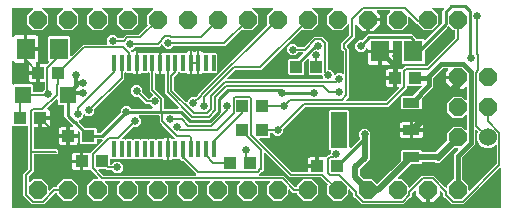
<source format=gbr>
G04 EAGLE Gerber RS-274X export*
G75*
%MOMM*%
%FSLAX34Y34*%
%LPD*%
%INBottom Copper*%
%IPPOS*%
%AMOC8*
5,1,8,0,0,1.08239X$1,22.5*%
G01*
%ADD10R,1.600000X1.800000*%
%ADD11R,1.100000X1.000000*%
%ADD12R,0.348000X1.397000*%
%ADD13C,1.524000*%
%ADD14P,1.649562X8X112.500000*%
%ADD15R,1.000000X1.100000*%
%ADD16R,1.400000X1.400000*%
%ADD17R,1.460500X0.838200*%
%ADD18R,1.460500X3.098800*%
%ADD19P,1.632244X8X202.500000*%
%ADD20P,1.632244X8X22.500000*%
%ADD21C,0.609600*%
%ADD22C,0.660400*%
%ADD23C,0.406400*%
%ADD24C,0.152400*%
%ADD25C,0.203200*%
%ADD26C,0.254000*%
%ADD27C,0.508000*%
%ADD28C,0.304800*%

G36*
X423238Y10164D02*
X423238Y10164D01*
X423257Y10162D01*
X423359Y10184D01*
X423461Y10200D01*
X423478Y10210D01*
X423498Y10214D01*
X423587Y10267D01*
X423678Y10316D01*
X423692Y10330D01*
X423709Y10340D01*
X423776Y10419D01*
X423848Y10494D01*
X423856Y10512D01*
X423869Y10527D01*
X423908Y10623D01*
X423951Y10717D01*
X423953Y10737D01*
X423961Y10755D01*
X423979Y10922D01*
X423979Y43061D01*
X423968Y43132D01*
X423966Y43204D01*
X423948Y43253D01*
X423940Y43304D01*
X423906Y43368D01*
X423881Y43435D01*
X423849Y43476D01*
X423824Y43522D01*
X423772Y43571D01*
X423728Y43627D01*
X423684Y43655D01*
X423646Y43691D01*
X423581Y43721D01*
X423521Y43760D01*
X423470Y43773D01*
X423423Y43795D01*
X423352Y43803D01*
X423282Y43820D01*
X423230Y43816D01*
X423179Y43822D01*
X423108Y43806D01*
X423037Y43801D01*
X422989Y43781D01*
X422938Y43769D01*
X422877Y43733D01*
X422811Y43705D01*
X422755Y43660D01*
X422727Y43643D01*
X422712Y43625D01*
X422680Y43600D01*
X392367Y13287D01*
X382333Y13287D01*
X376800Y18820D01*
X375237Y20383D01*
X375237Y22460D01*
X375223Y22550D01*
X375215Y22641D01*
X375203Y22670D01*
X375198Y22702D01*
X375155Y22783D01*
X375119Y22867D01*
X375093Y22899D01*
X375082Y22920D01*
X375059Y22942D01*
X375014Y22998D01*
X373330Y24682D01*
X373272Y24724D01*
X373220Y24773D01*
X373173Y24795D01*
X373131Y24825D01*
X373062Y24847D01*
X372997Y24877D01*
X372945Y24882D01*
X372895Y24898D01*
X372824Y24896D01*
X372753Y24904D01*
X372702Y24893D01*
X372650Y24891D01*
X372582Y24867D01*
X372512Y24852D01*
X372467Y24825D01*
X372419Y24807D01*
X372363Y24762D01*
X372301Y24725D01*
X372267Y24686D01*
X372227Y24653D01*
X372188Y24593D01*
X372141Y24538D01*
X372122Y24490D01*
X372094Y24446D01*
X372076Y24377D01*
X372049Y24310D01*
X372041Y24239D01*
X372033Y24208D01*
X372035Y24185D01*
X372031Y24144D01*
X372031Y21224D01*
X366126Y15319D01*
X363473Y15319D01*
X363473Y24638D01*
X363471Y24652D01*
X363472Y24664D01*
X363471Y24668D01*
X363472Y24677D01*
X363450Y24779D01*
X363433Y24881D01*
X363424Y24898D01*
X363420Y24918D01*
X363367Y25007D01*
X363318Y25098D01*
X363304Y25112D01*
X363294Y25129D01*
X363215Y25196D01*
X363140Y25267D01*
X363122Y25276D01*
X363107Y25289D01*
X363011Y25327D01*
X362917Y25371D01*
X362897Y25373D01*
X362879Y25381D01*
X362712Y25399D01*
X361188Y25399D01*
X361168Y25396D01*
X361149Y25398D01*
X361047Y25376D01*
X360945Y25359D01*
X360928Y25350D01*
X360908Y25346D01*
X360819Y25293D01*
X360728Y25244D01*
X360714Y25230D01*
X360697Y25220D01*
X360630Y25141D01*
X360559Y25066D01*
X360550Y25048D01*
X360537Y25033D01*
X360498Y24937D01*
X360455Y24843D01*
X360453Y24823D01*
X360445Y24805D01*
X360427Y24638D01*
X360427Y15319D01*
X357774Y15319D01*
X351869Y21224D01*
X351869Y24144D01*
X351858Y24214D01*
X351856Y24286D01*
X351838Y24335D01*
X351829Y24386D01*
X351796Y24450D01*
X351771Y24517D01*
X351739Y24558D01*
X351714Y24604D01*
X351662Y24653D01*
X351618Y24709D01*
X351574Y24737D01*
X351536Y24773D01*
X351471Y24803D01*
X351411Y24842D01*
X351360Y24855D01*
X351313Y24877D01*
X351242Y24885D01*
X351172Y24902D01*
X351120Y24898D01*
X351069Y24904D01*
X350998Y24889D01*
X350927Y24883D01*
X350879Y24863D01*
X350828Y24852D01*
X350767Y24815D01*
X350701Y24787D01*
X350645Y24742D01*
X350617Y24725D01*
X350602Y24708D01*
X350570Y24682D01*
X348886Y22998D01*
X348833Y22924D01*
X348773Y22854D01*
X348761Y22824D01*
X348742Y22798D01*
X348715Y22711D01*
X348681Y22626D01*
X348677Y22585D01*
X348670Y22563D01*
X348671Y22531D01*
X348663Y22460D01*
X348663Y20383D01*
X347100Y18820D01*
X343130Y14850D01*
X341567Y13287D01*
X306133Y13287D01*
X304570Y14850D01*
X300600Y18820D01*
X299037Y20383D01*
X299037Y22460D01*
X299023Y22550D01*
X299015Y22641D01*
X299003Y22670D01*
X298998Y22702D01*
X298955Y22783D01*
X298919Y22867D01*
X298893Y22899D01*
X298882Y22920D01*
X298859Y22942D01*
X298814Y22998D01*
X296114Y25698D01*
X296056Y25740D01*
X296004Y25789D01*
X295957Y25811D01*
X295915Y25841D01*
X295846Y25863D01*
X295781Y25893D01*
X295729Y25898D01*
X295679Y25914D01*
X295608Y25912D01*
X295537Y25920D01*
X295486Y25909D01*
X295434Y25907D01*
X295366Y25883D01*
X295296Y25868D01*
X295251Y25841D01*
X295203Y25823D01*
X295147Y25778D01*
X295085Y25741D01*
X295051Y25702D01*
X295011Y25669D01*
X294972Y25609D01*
X294925Y25554D01*
X294906Y25506D01*
X294878Y25462D01*
X294860Y25393D01*
X294833Y25326D01*
X294825Y25255D01*
X294817Y25224D01*
X294819Y25201D01*
X294815Y25160D01*
X294815Y21645D01*
X289505Y16335D01*
X281995Y16335D01*
X276685Y21645D01*
X276685Y29155D01*
X277185Y29654D01*
X277197Y29671D01*
X277212Y29683D01*
X277268Y29770D01*
X277329Y29854D01*
X277334Y29873D01*
X277345Y29890D01*
X277371Y29990D01*
X277401Y30089D01*
X277400Y30109D01*
X277405Y30129D01*
X277397Y30232D01*
X277395Y30335D01*
X277388Y30354D01*
X277386Y30374D01*
X277346Y30469D01*
X277310Y30566D01*
X277298Y30582D01*
X277290Y30600D01*
X277185Y30731D01*
X271992Y35924D01*
X271918Y35977D01*
X271848Y36037D01*
X271818Y36049D01*
X271792Y36068D01*
X271705Y36095D01*
X271620Y36129D01*
X271579Y36133D01*
X271557Y36140D01*
X271525Y36139D01*
X271453Y36147D01*
X244946Y36147D01*
X224566Y56527D01*
X224508Y56569D01*
X224456Y56618D01*
X224409Y56640D01*
X224367Y56670D01*
X224298Y56692D01*
X224233Y56722D01*
X224181Y56728D01*
X224131Y56743D01*
X224060Y56741D01*
X223989Y56749D01*
X223938Y56738D01*
X223886Y56736D01*
X223818Y56712D01*
X223748Y56697D01*
X223703Y56670D01*
X223655Y56652D01*
X223599Y56607D01*
X223537Y56570D01*
X223503Y56531D01*
X223463Y56498D01*
X223424Y56438D01*
X223377Y56384D01*
X223358Y56335D01*
X223330Y56291D01*
X223312Y56222D01*
X223285Y56155D01*
X223277Y56084D01*
X223269Y56053D01*
X223271Y56030D01*
X223267Y55989D01*
X223267Y42233D01*
X221927Y40893D01*
X221615Y40893D01*
X221525Y40879D01*
X221434Y40871D01*
X221405Y40859D01*
X221373Y40854D01*
X221292Y40811D01*
X221208Y40775D01*
X221176Y40749D01*
X221155Y40738D01*
X221133Y40715D01*
X221077Y40670D01*
X220657Y40250D01*
X219219Y38812D01*
X219177Y38754D01*
X219128Y38702D01*
X219106Y38655D01*
X219076Y38613D01*
X219054Y38544D01*
X219024Y38479D01*
X219018Y38427D01*
X219003Y38377D01*
X219005Y38306D01*
X218997Y38235D01*
X219008Y38184D01*
X219010Y38132D01*
X219034Y38064D01*
X219049Y37994D01*
X219076Y37949D01*
X219094Y37901D01*
X219139Y37845D01*
X219176Y37783D01*
X219215Y37749D01*
X219248Y37709D01*
X219308Y37670D01*
X219362Y37623D01*
X219411Y37604D01*
X219455Y37576D01*
X219524Y37558D01*
X219591Y37531D01*
X219662Y37523D01*
X219693Y37515D01*
X219716Y37517D01*
X219757Y37513D01*
X239967Y37513D01*
X241530Y35950D01*
X249570Y27910D01*
X249644Y27857D01*
X249714Y27797D01*
X249744Y27785D01*
X249770Y27766D01*
X249857Y27739D01*
X249942Y27705D01*
X249983Y27701D01*
X250005Y27694D01*
X250037Y27695D01*
X250109Y27687D01*
X250524Y27687D01*
X250544Y27690D01*
X250563Y27688D01*
X250665Y27710D01*
X250767Y27726D01*
X250784Y27736D01*
X250804Y27740D01*
X250893Y27793D01*
X250984Y27842D01*
X250998Y27856D01*
X251015Y27866D01*
X251082Y27945D01*
X251154Y28020D01*
X251162Y28038D01*
X251175Y28053D01*
X251214Y28149D01*
X251257Y28243D01*
X251259Y28263D01*
X251267Y28281D01*
X251285Y28448D01*
X251285Y29155D01*
X256595Y34465D01*
X264105Y34465D01*
X269415Y29155D01*
X269415Y21645D01*
X264105Y16335D01*
X256595Y16335D01*
X251285Y21645D01*
X251285Y22352D01*
X251283Y22367D01*
X251284Y22380D01*
X251283Y22384D01*
X251284Y22391D01*
X251262Y22493D01*
X251246Y22595D01*
X251236Y22612D01*
X251232Y22632D01*
X251179Y22721D01*
X251130Y22812D01*
X251116Y22826D01*
X251106Y22843D01*
X251027Y22910D01*
X250952Y22982D01*
X250934Y22990D01*
X250919Y23003D01*
X250823Y23042D01*
X250729Y23085D01*
X250709Y23087D01*
X250691Y23095D01*
X250524Y23113D01*
X247899Y23113D01*
X245314Y25698D01*
X245256Y25740D01*
X245204Y25789D01*
X245157Y25811D01*
X245115Y25841D01*
X245046Y25863D01*
X244981Y25893D01*
X244929Y25898D01*
X244879Y25914D01*
X244808Y25912D01*
X244737Y25920D01*
X244686Y25909D01*
X244634Y25907D01*
X244566Y25883D01*
X244496Y25868D01*
X244451Y25841D01*
X244403Y25823D01*
X244347Y25778D01*
X244285Y25741D01*
X244251Y25702D01*
X244211Y25669D01*
X244172Y25609D01*
X244125Y25554D01*
X244106Y25506D01*
X244078Y25462D01*
X244060Y25393D01*
X244033Y25326D01*
X244025Y25255D01*
X244017Y25224D01*
X244019Y25201D01*
X244015Y25160D01*
X244015Y21645D01*
X238705Y16335D01*
X231195Y16335D01*
X225885Y21645D01*
X225885Y29155D01*
X228370Y31640D01*
X228412Y31698D01*
X228462Y31750D01*
X228483Y31797D01*
X228514Y31839D01*
X228535Y31908D01*
X228565Y31973D01*
X228571Y32025D01*
X228586Y32075D01*
X228584Y32146D01*
X228592Y32217D01*
X228581Y32268D01*
X228580Y32320D01*
X228555Y32388D01*
X228540Y32458D01*
X228513Y32503D01*
X228495Y32551D01*
X228451Y32607D01*
X228414Y32669D01*
X228374Y32703D01*
X228342Y32743D01*
X228281Y32782D01*
X228227Y32829D01*
X228179Y32848D01*
X228135Y32876D01*
X228065Y32894D01*
X227999Y32921D01*
X227927Y32929D01*
X227896Y32937D01*
X227873Y32935D01*
X227832Y32939D01*
X216668Y32939D01*
X216597Y32928D01*
X216526Y32926D01*
X216477Y32908D01*
X216425Y32900D01*
X216362Y32866D01*
X216295Y32841D01*
X216254Y32809D01*
X216208Y32784D01*
X216159Y32732D01*
X216103Y32688D01*
X216074Y32644D01*
X216038Y32606D01*
X216008Y32541D01*
X215970Y32481D01*
X215957Y32430D01*
X215935Y32383D01*
X215927Y32312D01*
X215909Y32242D01*
X215914Y32190D01*
X215908Y32139D01*
X215923Y32068D01*
X215929Y31997D01*
X215949Y31949D01*
X215960Y31898D01*
X215997Y31837D01*
X216025Y31771D01*
X216070Y31715D01*
X216086Y31687D01*
X216104Y31672D01*
X216130Y31640D01*
X218615Y29155D01*
X218615Y21645D01*
X213305Y16335D01*
X205795Y16335D01*
X200485Y21645D01*
X200485Y29155D01*
X202970Y31640D01*
X203012Y31698D01*
X203062Y31750D01*
X203083Y31797D01*
X203114Y31839D01*
X203135Y31908D01*
X203165Y31973D01*
X203171Y32025D01*
X203186Y32075D01*
X203184Y32146D01*
X203192Y32217D01*
X203181Y32268D01*
X203180Y32320D01*
X203155Y32388D01*
X203140Y32458D01*
X203113Y32503D01*
X203095Y32551D01*
X203051Y32607D01*
X203014Y32669D01*
X202974Y32703D01*
X202942Y32743D01*
X202881Y32782D01*
X202827Y32829D01*
X202779Y32848D01*
X202735Y32876D01*
X202665Y32894D01*
X202599Y32921D01*
X202527Y32929D01*
X202496Y32937D01*
X202473Y32935D01*
X202432Y32939D01*
X191268Y32939D01*
X191197Y32928D01*
X191126Y32926D01*
X191077Y32908D01*
X191025Y32900D01*
X190962Y32866D01*
X190895Y32841D01*
X190854Y32809D01*
X190808Y32784D01*
X190759Y32732D01*
X190703Y32688D01*
X190674Y32644D01*
X190638Y32606D01*
X190608Y32541D01*
X190570Y32481D01*
X190557Y32430D01*
X190535Y32383D01*
X190527Y32312D01*
X190509Y32242D01*
X190514Y32190D01*
X190508Y32139D01*
X190523Y32068D01*
X190529Y31997D01*
X190549Y31949D01*
X190560Y31898D01*
X190597Y31837D01*
X190625Y31771D01*
X190670Y31715D01*
X190686Y31687D01*
X190704Y31672D01*
X190730Y31640D01*
X193215Y29155D01*
X193215Y21645D01*
X187905Y16335D01*
X180395Y16335D01*
X175085Y21645D01*
X175085Y29155D01*
X177570Y31640D01*
X177612Y31698D01*
X177662Y31750D01*
X177683Y31797D01*
X177714Y31839D01*
X177735Y31908D01*
X177765Y31973D01*
X177771Y32025D01*
X177786Y32075D01*
X177784Y32146D01*
X177792Y32217D01*
X177781Y32268D01*
X177780Y32320D01*
X177755Y32388D01*
X177740Y32458D01*
X177713Y32503D01*
X177695Y32551D01*
X177651Y32607D01*
X177614Y32669D01*
X177574Y32703D01*
X177542Y32743D01*
X177481Y32782D01*
X177427Y32829D01*
X177379Y32848D01*
X177335Y32876D01*
X177265Y32894D01*
X177199Y32921D01*
X177127Y32929D01*
X177096Y32937D01*
X177073Y32935D01*
X177032Y32939D01*
X165868Y32939D01*
X165797Y32928D01*
X165726Y32926D01*
X165677Y32908D01*
X165625Y32900D01*
X165562Y32866D01*
X165495Y32841D01*
X165454Y32809D01*
X165408Y32784D01*
X165359Y32732D01*
X165303Y32688D01*
X165274Y32644D01*
X165238Y32606D01*
X165208Y32541D01*
X165170Y32481D01*
X165157Y32430D01*
X165135Y32383D01*
X165127Y32312D01*
X165109Y32242D01*
X165114Y32190D01*
X165108Y32139D01*
X165123Y32068D01*
X165129Y31997D01*
X165149Y31949D01*
X165160Y31898D01*
X165197Y31837D01*
X165225Y31771D01*
X165270Y31715D01*
X165286Y31687D01*
X165304Y31672D01*
X165330Y31640D01*
X167815Y29155D01*
X167815Y21645D01*
X162505Y16335D01*
X154995Y16335D01*
X149685Y21645D01*
X149685Y29155D01*
X152170Y31640D01*
X152212Y31698D01*
X152262Y31750D01*
X152283Y31797D01*
X152314Y31839D01*
X152335Y31908D01*
X152365Y31973D01*
X152371Y32025D01*
X152386Y32075D01*
X152384Y32146D01*
X152392Y32217D01*
X152381Y32268D01*
X152380Y32320D01*
X152355Y32388D01*
X152340Y32458D01*
X152313Y32503D01*
X152295Y32551D01*
X152251Y32607D01*
X152214Y32669D01*
X152174Y32703D01*
X152142Y32743D01*
X152081Y32782D01*
X152027Y32829D01*
X151979Y32848D01*
X151935Y32876D01*
X151865Y32894D01*
X151799Y32921D01*
X151727Y32929D01*
X151696Y32937D01*
X151673Y32935D01*
X151632Y32939D01*
X140468Y32939D01*
X140397Y32928D01*
X140326Y32926D01*
X140277Y32908D01*
X140225Y32900D01*
X140162Y32866D01*
X140095Y32841D01*
X140054Y32809D01*
X140008Y32784D01*
X139959Y32732D01*
X139903Y32688D01*
X139874Y32644D01*
X139838Y32606D01*
X139808Y32541D01*
X139770Y32481D01*
X139757Y32430D01*
X139735Y32383D01*
X139727Y32312D01*
X139709Y32242D01*
X139714Y32190D01*
X139708Y32139D01*
X139723Y32068D01*
X139729Y31997D01*
X139749Y31949D01*
X139760Y31898D01*
X139797Y31837D01*
X139825Y31771D01*
X139870Y31715D01*
X139886Y31687D01*
X139904Y31672D01*
X139930Y31640D01*
X142415Y29155D01*
X142415Y21645D01*
X137105Y16335D01*
X129595Y16335D01*
X124285Y21645D01*
X124285Y29155D01*
X126770Y31640D01*
X126812Y31698D01*
X126862Y31750D01*
X126883Y31797D01*
X126914Y31839D01*
X126935Y31908D01*
X126965Y31973D01*
X126971Y32025D01*
X126986Y32075D01*
X126984Y32146D01*
X126992Y32217D01*
X126981Y32268D01*
X126980Y32320D01*
X126955Y32388D01*
X126940Y32458D01*
X126913Y32503D01*
X126895Y32551D01*
X126851Y32607D01*
X126814Y32669D01*
X126774Y32703D01*
X126742Y32743D01*
X126681Y32782D01*
X126627Y32829D01*
X126579Y32848D01*
X126535Y32876D01*
X126465Y32894D01*
X126399Y32921D01*
X126327Y32929D01*
X126296Y32937D01*
X126273Y32935D01*
X126232Y32939D01*
X115068Y32939D01*
X114997Y32928D01*
X114926Y32926D01*
X114877Y32908D01*
X114825Y32900D01*
X114762Y32866D01*
X114695Y32841D01*
X114654Y32809D01*
X114608Y32784D01*
X114559Y32732D01*
X114503Y32688D01*
X114474Y32644D01*
X114438Y32606D01*
X114408Y32541D01*
X114370Y32481D01*
X114357Y32430D01*
X114335Y32383D01*
X114327Y32312D01*
X114309Y32242D01*
X114314Y32190D01*
X114308Y32139D01*
X114323Y32068D01*
X114329Y31997D01*
X114349Y31949D01*
X114360Y31898D01*
X114397Y31837D01*
X114425Y31771D01*
X114470Y31715D01*
X114486Y31687D01*
X114504Y31672D01*
X114530Y31640D01*
X117015Y29155D01*
X117015Y21645D01*
X111705Y16335D01*
X104195Y16335D01*
X98885Y21645D01*
X98885Y29155D01*
X101370Y31640D01*
X101412Y31698D01*
X101462Y31750D01*
X101483Y31797D01*
X101514Y31839D01*
X101535Y31908D01*
X101565Y31973D01*
X101571Y32025D01*
X101586Y32075D01*
X101584Y32146D01*
X101592Y32217D01*
X101581Y32268D01*
X101580Y32320D01*
X101555Y32388D01*
X101540Y32458D01*
X101513Y32503D01*
X101495Y32551D01*
X101451Y32607D01*
X101414Y32669D01*
X101374Y32703D01*
X101342Y32743D01*
X101281Y32782D01*
X101227Y32829D01*
X101179Y32848D01*
X101135Y32876D01*
X101065Y32894D01*
X100999Y32921D01*
X100927Y32929D01*
X100896Y32937D01*
X100873Y32935D01*
X100832Y32939D01*
X89668Y32939D01*
X89597Y32928D01*
X89526Y32926D01*
X89477Y32908D01*
X89425Y32900D01*
X89362Y32866D01*
X89295Y32841D01*
X89254Y32809D01*
X89208Y32784D01*
X89159Y32732D01*
X89103Y32688D01*
X89074Y32644D01*
X89038Y32606D01*
X89008Y32541D01*
X88970Y32481D01*
X88957Y32430D01*
X88935Y32383D01*
X88927Y32312D01*
X88909Y32242D01*
X88914Y32190D01*
X88908Y32139D01*
X88923Y32068D01*
X88929Y31997D01*
X88949Y31949D01*
X88960Y31898D01*
X88997Y31837D01*
X89025Y31771D01*
X89070Y31715D01*
X89086Y31687D01*
X89104Y31672D01*
X89130Y31640D01*
X91615Y29155D01*
X91615Y21645D01*
X86305Y16335D01*
X78795Y16335D01*
X73485Y21645D01*
X73485Y29155D01*
X78795Y34465D01*
X82231Y34465D01*
X82301Y34476D01*
X82373Y34478D01*
X82422Y34496D01*
X82473Y34504D01*
X82537Y34538D01*
X82604Y34563D01*
X82645Y34595D01*
X82691Y34620D01*
X82740Y34671D01*
X82796Y34716D01*
X82824Y34760D01*
X82860Y34798D01*
X82890Y34863D01*
X82929Y34923D01*
X82942Y34974D01*
X82964Y35021D01*
X82972Y35092D01*
X82989Y35162D01*
X82985Y35214D01*
X82991Y35265D01*
X82976Y35336D01*
X82970Y35407D01*
X82950Y35455D01*
X82939Y35506D01*
X82902Y35567D01*
X82874Y35633D01*
X82829Y35689D01*
X82812Y35717D01*
X82795Y35732D01*
X82769Y35764D01*
X76447Y42086D01*
X76411Y42112D01*
X76382Y42144D01*
X76312Y42183D01*
X76247Y42230D01*
X76205Y42243D01*
X76167Y42264D01*
X76088Y42279D01*
X76012Y42302D01*
X75968Y42301D01*
X75925Y42309D01*
X75846Y42298D01*
X75766Y42296D01*
X75725Y42281D01*
X75682Y42274D01*
X75549Y42216D01*
X75535Y42211D01*
X75533Y42209D01*
X75528Y42207D01*
X75451Y42162D01*
X74804Y41989D01*
X70493Y41989D01*
X70493Y48768D01*
X70490Y48788D01*
X70492Y48807D01*
X70470Y48909D01*
X70453Y49011D01*
X70444Y49028D01*
X70440Y49048D01*
X70387Y49137D01*
X70338Y49228D01*
X70324Y49242D01*
X70314Y49259D01*
X70235Y49326D01*
X70160Y49397D01*
X70142Y49406D01*
X70127Y49419D01*
X70031Y49458D01*
X69937Y49501D01*
X69917Y49503D01*
X69899Y49511D01*
X69732Y49529D01*
X68969Y49529D01*
X68969Y49531D01*
X69732Y49531D01*
X69752Y49534D01*
X69771Y49532D01*
X69873Y49554D01*
X69975Y49571D01*
X69992Y49580D01*
X70012Y49584D01*
X70101Y49637D01*
X70192Y49686D01*
X70206Y49700D01*
X70223Y49710D01*
X70290Y49789D01*
X70361Y49864D01*
X70370Y49882D01*
X70383Y49897D01*
X70422Y49993D01*
X70465Y50087D01*
X70467Y50107D01*
X70475Y50125D01*
X70493Y50292D01*
X70493Y57071D01*
X74804Y57071D01*
X75451Y56898D01*
X75528Y56853D01*
X75569Y56837D01*
X75606Y56814D01*
X75683Y56794D01*
X75758Y56766D01*
X75802Y56764D01*
X75845Y56754D01*
X75924Y56760D01*
X76004Y56757D01*
X76046Y56769D01*
X76090Y56773D01*
X76163Y56804D01*
X76240Y56827D01*
X76276Y56852D01*
X76316Y56869D01*
X76430Y56960D01*
X76441Y56968D01*
X76443Y56971D01*
X76447Y56974D01*
X86499Y67026D01*
X86541Y67084D01*
X86590Y67136D01*
X86612Y67183D01*
X86642Y67225D01*
X86664Y67294D01*
X86694Y67359D01*
X86700Y67411D01*
X86715Y67461D01*
X86713Y67532D01*
X86721Y67603D01*
X86710Y67654D01*
X86708Y67706D01*
X86684Y67774D01*
X86669Y67844D01*
X86642Y67888D01*
X86624Y67937D01*
X86579Y67993D01*
X86542Y68055D01*
X86503Y68089D01*
X86470Y68129D01*
X86410Y68168D01*
X86356Y68215D01*
X86307Y68234D01*
X86263Y68262D01*
X86194Y68280D01*
X86127Y68307D01*
X86056Y68315D01*
X86025Y68323D01*
X86002Y68321D01*
X85961Y68325D01*
X82326Y68325D01*
X82306Y68322D01*
X82287Y68324D01*
X82185Y68302D01*
X82083Y68286D01*
X82066Y68276D01*
X82046Y68272D01*
X81957Y68219D01*
X81866Y68170D01*
X81852Y68156D01*
X81835Y68146D01*
X81768Y68067D01*
X81696Y67992D01*
X81688Y67974D01*
X81675Y67959D01*
X81636Y67863D01*
X81593Y67769D01*
X81591Y67749D01*
X81583Y67731D01*
X81565Y67564D01*
X81565Y65488D01*
X80672Y64595D01*
X68408Y64595D01*
X67515Y65488D01*
X67515Y73877D01*
X67501Y73967D01*
X67493Y74058D01*
X67481Y74088D01*
X67476Y74120D01*
X67433Y74200D01*
X67397Y74284D01*
X67371Y74317D01*
X67360Y74337D01*
X67337Y74359D01*
X67292Y74415D01*
X66880Y74827D01*
X66822Y74869D01*
X66770Y74919D01*
X66723Y74941D01*
X66681Y74971D01*
X66612Y74992D01*
X66547Y75022D01*
X66495Y75028D01*
X66445Y75043D01*
X66374Y75041D01*
X66303Y75049D01*
X66252Y75038D01*
X66200Y75037D01*
X66132Y75012D01*
X66062Y74997D01*
X66017Y74970D01*
X65969Y74952D01*
X65913Y74908D01*
X65851Y74871D01*
X65817Y74831D01*
X65777Y74799D01*
X65738Y74739D01*
X65691Y74684D01*
X65672Y74636D01*
X65644Y74592D01*
X65626Y74522D01*
X65599Y74456D01*
X65591Y74385D01*
X65583Y74353D01*
X65585Y74330D01*
X65581Y74289D01*
X65581Y72643D01*
X59063Y72643D01*
X59063Y78661D01*
X61037Y78661D01*
X61108Y78672D01*
X61179Y78674D01*
X61228Y78692D01*
X61280Y78700D01*
X61343Y78734D01*
X61410Y78759D01*
X61451Y78791D01*
X61497Y78816D01*
X61546Y78868D01*
X61602Y78912D01*
X61631Y78956D01*
X61666Y78994D01*
X61697Y79059D01*
X61735Y79119D01*
X61748Y79170D01*
X61770Y79217D01*
X61778Y79288D01*
X61795Y79358D01*
X61791Y79410D01*
X61797Y79461D01*
X61782Y79532D01*
X61776Y79603D01*
X61756Y79651D01*
X61745Y79702D01*
X61708Y79763D01*
X61680Y79829D01*
X61635Y79885D01*
X61619Y79913D01*
X61608Y79922D01*
X61606Y79925D01*
X61596Y79934D01*
X61575Y79960D01*
X56165Y85370D01*
X54305Y87230D01*
X54305Y96886D01*
X54302Y96906D01*
X54304Y96925D01*
X54282Y97027D01*
X54266Y97129D01*
X54256Y97146D01*
X54252Y97166D01*
X54199Y97255D01*
X54150Y97346D01*
X54136Y97360D01*
X54126Y97377D01*
X54047Y97444D01*
X53972Y97516D01*
X53954Y97524D01*
X53939Y97537D01*
X53843Y97576D01*
X53749Y97619D01*
X53729Y97621D01*
X53711Y97629D01*
X53544Y97647D01*
X49468Y97647D01*
X48575Y98540D01*
X48575Y101641D01*
X48564Y101712D01*
X48562Y101783D01*
X48544Y101832D01*
X48536Y101884D01*
X48502Y101947D01*
X48477Y102014D01*
X48445Y102055D01*
X48420Y102101D01*
X48368Y102150D01*
X48324Y102206D01*
X48280Y102235D01*
X48242Y102270D01*
X48177Y102301D01*
X48117Y102339D01*
X48066Y102352D01*
X48019Y102374D01*
X47948Y102382D01*
X47878Y102399D01*
X47826Y102395D01*
X47775Y102401D01*
X47704Y102386D01*
X47633Y102380D01*
X47585Y102360D01*
X47534Y102349D01*
X47473Y102312D01*
X47407Y102284D01*
X47351Y102239D01*
X47323Y102223D01*
X47308Y102205D01*
X47276Y102179D01*
X40085Y94989D01*
X40030Y94912D01*
X39969Y94838D01*
X39958Y94812D01*
X39942Y94789D01*
X39914Y94698D01*
X39879Y94609D01*
X39878Y94581D01*
X39870Y94554D01*
X39872Y94459D01*
X39867Y94363D01*
X39875Y94336D01*
X39876Y94308D01*
X39909Y94218D01*
X39935Y94127D01*
X39951Y94104D01*
X39960Y94077D01*
X40020Y94003D01*
X40074Y93924D01*
X40096Y93907D01*
X40114Y93885D01*
X40194Y93833D01*
X40271Y93776D01*
X40304Y93763D01*
X40321Y93752D01*
X40352Y93744D01*
X40960Y93393D01*
X41433Y92920D01*
X41768Y92341D01*
X41941Y91694D01*
X41941Y87883D01*
X34662Y87883D01*
X34642Y87880D01*
X34623Y87882D01*
X34521Y87860D01*
X34419Y87843D01*
X34402Y87834D01*
X34382Y87830D01*
X34293Y87777D01*
X34202Y87728D01*
X34188Y87714D01*
X34171Y87704D01*
X34104Y87625D01*
X34033Y87550D01*
X34024Y87532D01*
X34011Y87517D01*
X33972Y87421D01*
X33929Y87327D01*
X33927Y87307D01*
X33919Y87289D01*
X33901Y87122D01*
X33901Y86359D01*
X33138Y86359D01*
X33118Y86356D01*
X33099Y86358D01*
X32997Y86336D01*
X32895Y86319D01*
X32878Y86310D01*
X32858Y86306D01*
X32769Y86253D01*
X32678Y86204D01*
X32664Y86190D01*
X32647Y86180D01*
X32580Y86101D01*
X32509Y86026D01*
X32500Y86008D01*
X32487Y85993D01*
X32448Y85897D01*
X32405Y85803D01*
X32403Y85783D01*
X32395Y85765D01*
X32377Y85598D01*
X32377Y78819D01*
X29162Y78819D01*
X29142Y78816D01*
X29123Y78818D01*
X29021Y78796D01*
X28919Y78780D01*
X28902Y78770D01*
X28882Y78766D01*
X28793Y78713D01*
X28702Y78664D01*
X28688Y78650D01*
X28671Y78640D01*
X28604Y78561D01*
X28532Y78486D01*
X28524Y78468D01*
X28511Y78453D01*
X28472Y78357D01*
X28429Y78263D01*
X28427Y78243D01*
X28419Y78225D01*
X28401Y78058D01*
X28401Y60960D01*
X28404Y60940D01*
X28402Y60921D01*
X28424Y60819D01*
X28440Y60717D01*
X28450Y60700D01*
X28454Y60680D01*
X28507Y60591D01*
X28556Y60500D01*
X28570Y60486D01*
X28580Y60469D01*
X28659Y60402D01*
X28734Y60330D01*
X28752Y60322D01*
X28767Y60309D01*
X28863Y60270D01*
X28957Y60227D01*
X28977Y60225D01*
X28995Y60217D01*
X29162Y60199D01*
X47801Y60199D01*
X49141Y58859D01*
X49141Y56965D01*
X47801Y55625D01*
X29162Y55625D01*
X29142Y55622D01*
X29123Y55624D01*
X29021Y55602D01*
X28919Y55586D01*
X28902Y55576D01*
X28882Y55572D01*
X28793Y55519D01*
X28702Y55470D01*
X28688Y55456D01*
X28671Y55446D01*
X28604Y55367D01*
X28532Y55292D01*
X28524Y55274D01*
X28511Y55259D01*
X28472Y55163D01*
X28429Y55069D01*
X28427Y55049D01*
X28419Y55031D01*
X28401Y54864D01*
X28401Y41368D01*
X24434Y37401D01*
X24381Y37327D01*
X24321Y37258D01*
X24309Y37228D01*
X24290Y37202D01*
X24263Y37115D01*
X24229Y37030D01*
X24225Y36989D01*
X24218Y36966D01*
X24219Y36934D01*
X24211Y36863D01*
X24211Y32518D01*
X24222Y32447D01*
X24224Y32376D01*
X24242Y32327D01*
X24250Y32275D01*
X24284Y32212D01*
X24309Y32145D01*
X24341Y32104D01*
X24366Y32058D01*
X24418Y32009D01*
X24462Y31953D01*
X24506Y31924D01*
X24544Y31888D01*
X24609Y31858D01*
X24669Y31820D01*
X24720Y31807D01*
X24767Y31785D01*
X24838Y31777D01*
X24908Y31759D01*
X24960Y31764D01*
X25011Y31758D01*
X25082Y31773D01*
X25153Y31779D01*
X25201Y31799D01*
X25252Y31810D01*
X25313Y31847D01*
X25379Y31875D01*
X25435Y31920D01*
X25463Y31936D01*
X25478Y31954D01*
X25510Y31980D01*
X27995Y34465D01*
X35505Y34465D01*
X40815Y29155D01*
X40815Y25640D01*
X40826Y25570D01*
X40828Y25498D01*
X40846Y25449D01*
X40854Y25398D01*
X40888Y25334D01*
X40913Y25267D01*
X40945Y25226D01*
X40970Y25180D01*
X41022Y25131D01*
X41066Y25075D01*
X41110Y25047D01*
X41148Y25011D01*
X41213Y24981D01*
X41273Y24942D01*
X41324Y24929D01*
X41371Y24907D01*
X41442Y24899D01*
X41512Y24882D01*
X41564Y24886D01*
X41615Y24880D01*
X41686Y24895D01*
X41757Y24901D01*
X41805Y24921D01*
X41856Y24932D01*
X41917Y24969D01*
X41983Y24997D01*
X42039Y25042D01*
X42067Y25059D01*
X42082Y25076D01*
X42114Y25102D01*
X44699Y27687D01*
X47324Y27687D01*
X47344Y27690D01*
X47363Y27688D01*
X47465Y27710D01*
X47567Y27726D01*
X47584Y27736D01*
X47604Y27740D01*
X47693Y27793D01*
X47784Y27842D01*
X47798Y27856D01*
X47815Y27866D01*
X47882Y27945D01*
X47954Y28020D01*
X47962Y28038D01*
X47975Y28053D01*
X48014Y28149D01*
X48057Y28243D01*
X48059Y28263D01*
X48067Y28281D01*
X48085Y28448D01*
X48085Y29155D01*
X53395Y34465D01*
X60905Y34465D01*
X66215Y29155D01*
X66215Y21645D01*
X60905Y16335D01*
X53395Y16335D01*
X48085Y21645D01*
X48085Y22352D01*
X48083Y22367D01*
X48084Y22380D01*
X48083Y22384D01*
X48084Y22391D01*
X48062Y22493D01*
X48046Y22595D01*
X48036Y22612D01*
X48032Y22632D01*
X47979Y22721D01*
X47930Y22812D01*
X47916Y22826D01*
X47906Y22843D01*
X47827Y22910D01*
X47752Y22982D01*
X47734Y22990D01*
X47719Y23003D01*
X47623Y23042D01*
X47529Y23085D01*
X47509Y23087D01*
X47491Y23095D01*
X47324Y23113D01*
X46909Y23113D01*
X46818Y23099D01*
X46728Y23091D01*
X46698Y23079D01*
X46666Y23074D01*
X46585Y23031D01*
X46501Y22995D01*
X46469Y22969D01*
X46448Y22958D01*
X46438Y22948D01*
X46437Y22947D01*
X46424Y22933D01*
X46370Y22890D01*
X36767Y13287D01*
X26733Y13287D01*
X19637Y20383D01*
X19637Y39073D01*
X23604Y43040D01*
X23657Y43114D01*
X23717Y43183D01*
X23729Y43213D01*
X23748Y43239D01*
X23775Y43326D01*
X23809Y43411D01*
X23813Y43452D01*
X23820Y43475D01*
X23819Y43507D01*
X23827Y43578D01*
X23827Y79074D01*
X23824Y79094D01*
X23826Y79113D01*
X23804Y79215D01*
X23788Y79317D01*
X23778Y79334D01*
X23774Y79354D01*
X23721Y79443D01*
X23672Y79534D01*
X23658Y79548D01*
X23648Y79565D01*
X23569Y79632D01*
X23494Y79704D01*
X23476Y79712D01*
X23461Y79725D01*
X23365Y79764D01*
X23271Y79807D01*
X23251Y79809D01*
X23233Y79817D01*
X23066Y79835D01*
X10922Y79835D01*
X10902Y79832D01*
X10883Y79834D01*
X10781Y79812D01*
X10679Y79796D01*
X10662Y79786D01*
X10642Y79782D01*
X10553Y79729D01*
X10462Y79680D01*
X10448Y79666D01*
X10431Y79656D01*
X10364Y79577D01*
X10292Y79502D01*
X10284Y79484D01*
X10271Y79469D01*
X10232Y79373D01*
X10189Y79279D01*
X10187Y79259D01*
X10179Y79241D01*
X10161Y79074D01*
X10161Y10922D01*
X10164Y10902D01*
X10162Y10883D01*
X10184Y10781D01*
X10200Y10679D01*
X10210Y10662D01*
X10214Y10642D01*
X10267Y10553D01*
X10316Y10462D01*
X10330Y10448D01*
X10340Y10431D01*
X10419Y10364D01*
X10494Y10292D01*
X10512Y10284D01*
X10527Y10271D01*
X10623Y10232D01*
X10717Y10189D01*
X10737Y10187D01*
X10755Y10179D01*
X10922Y10161D01*
X423218Y10161D01*
X423238Y10164D01*
G37*
G36*
X319219Y30515D02*
X319219Y30515D01*
X319323Y30518D01*
X319341Y30525D01*
X319361Y30526D01*
X319456Y30567D01*
X319554Y30602D01*
X319569Y30615D01*
X319588Y30623D01*
X319719Y30727D01*
X330060Y41069D01*
X330090Y41069D01*
X330180Y41083D01*
X330271Y41091D01*
X330300Y41103D01*
X330332Y41108D01*
X330413Y41151D01*
X330497Y41187D01*
X330529Y41213D01*
X330550Y41224D01*
X330572Y41247D01*
X330628Y41292D01*
X339120Y49784D01*
X339173Y49858D01*
X339233Y49928D01*
X339245Y49958D01*
X339264Y49984D01*
X339291Y50071D01*
X339325Y50156D01*
X339329Y50197D01*
X339336Y50219D01*
X339335Y50251D01*
X339343Y50322D01*
X339343Y57909D01*
X340236Y58802D01*
X356105Y58802D01*
X356998Y57908D01*
X357001Y57892D01*
X356999Y57873D01*
X357021Y57771D01*
X357037Y57669D01*
X357047Y57652D01*
X357051Y57632D01*
X357104Y57543D01*
X357153Y57452D01*
X357167Y57438D01*
X357177Y57421D01*
X357256Y57354D01*
X357331Y57282D01*
X357349Y57274D01*
X357364Y57261D01*
X357460Y57222D01*
X357554Y57179D01*
X357574Y57177D01*
X357592Y57169D01*
X357759Y57151D01*
X367869Y57151D01*
X367959Y57165D01*
X368050Y57173D01*
X368079Y57185D01*
X368111Y57190D01*
X368192Y57233D01*
X368276Y57269D01*
X368308Y57295D01*
X368329Y57306D01*
X368351Y57329D01*
X368407Y57374D01*
X377982Y66949D01*
X378035Y67023D01*
X378095Y67093D01*
X378107Y67123D01*
X378126Y67149D01*
X378153Y67236D01*
X378187Y67321D01*
X378191Y67362D01*
X378198Y67384D01*
X378197Y67416D01*
X378205Y67487D01*
X378205Y73638D01*
X383562Y78995D01*
X391138Y78995D01*
X393670Y76463D01*
X393728Y76421D01*
X393780Y76372D01*
X393827Y76350D01*
X393869Y76319D01*
X393938Y76298D01*
X394003Y76268D01*
X394055Y76262D01*
X394105Y76247D01*
X394176Y76249D01*
X394247Y76241D01*
X394298Y76252D01*
X394350Y76253D01*
X394418Y76278D01*
X394488Y76293D01*
X394533Y76320D01*
X394581Y76338D01*
X394637Y76383D01*
X394699Y76419D01*
X394733Y76459D01*
X394773Y76491D01*
X394812Y76552D01*
X394859Y76606D01*
X394878Y76655D01*
X394906Y76698D01*
X394924Y76768D01*
X394951Y76834D01*
X394959Y76906D01*
X394967Y76937D01*
X394965Y76960D01*
X394969Y77001D01*
X394969Y88099D01*
X394958Y88170D01*
X394956Y88241D01*
X394938Y88290D01*
X394930Y88342D01*
X394896Y88405D01*
X394871Y88472D01*
X394839Y88513D01*
X394814Y88559D01*
X394762Y88608D01*
X394718Y88664D01*
X394674Y88693D01*
X394636Y88728D01*
X394571Y88759D01*
X394511Y88797D01*
X394460Y88810D01*
X394413Y88832D01*
X394342Y88840D01*
X394272Y88857D01*
X394220Y88853D01*
X394169Y88859D01*
X394098Y88844D01*
X394027Y88838D01*
X393979Y88818D01*
X393928Y88807D01*
X393867Y88770D01*
X393801Y88742D01*
X393745Y88697D01*
X393717Y88681D01*
X393702Y88663D01*
X393670Y88637D01*
X391138Y86105D01*
X383562Y86105D01*
X378205Y91462D01*
X378205Y99038D01*
X383562Y104395D01*
X391138Y104395D01*
X393670Y101863D01*
X393728Y101821D01*
X393780Y101772D01*
X393827Y101750D01*
X393869Y101719D01*
X393938Y101698D01*
X394003Y101668D01*
X394055Y101662D01*
X394105Y101647D01*
X394176Y101649D01*
X394247Y101641D01*
X394298Y101652D01*
X394350Y101653D01*
X394418Y101678D01*
X394488Y101693D01*
X394533Y101720D01*
X394581Y101738D01*
X394637Y101783D01*
X394699Y101819D01*
X394733Y101859D01*
X394773Y101891D01*
X394812Y101952D01*
X394859Y102006D01*
X394878Y102055D01*
X394906Y102098D01*
X394924Y102168D01*
X394951Y102234D01*
X394959Y102306D01*
X394967Y102337D01*
X394965Y102360D01*
X394969Y102401D01*
X394969Y112062D01*
X394958Y112133D01*
X394956Y112204D01*
X394938Y112253D01*
X394930Y112305D01*
X394896Y112368D01*
X394871Y112435D01*
X394839Y112476D01*
X394814Y112522D01*
X394762Y112572D01*
X394718Y112628D01*
X394674Y112656D01*
X394636Y112692D01*
X394571Y112722D01*
X394511Y112761D01*
X394460Y112773D01*
X394413Y112795D01*
X394342Y112803D01*
X394272Y112821D01*
X394220Y112817D01*
X394169Y112822D01*
X394098Y112807D01*
X394027Y112801D01*
X393979Y112781D01*
X393928Y112770D01*
X393867Y112733D01*
X393801Y112705D01*
X393745Y112660D01*
X393717Y112644D01*
X393702Y112626D01*
X393670Y112600D01*
X391559Y110489D01*
X388873Y110489D01*
X388873Y119888D01*
X388870Y119908D01*
X388872Y119927D01*
X388850Y120029D01*
X388833Y120131D01*
X388824Y120148D01*
X388820Y120168D01*
X388767Y120257D01*
X388718Y120348D01*
X388704Y120362D01*
X388694Y120379D01*
X388615Y120446D01*
X388540Y120517D01*
X388522Y120526D01*
X388507Y120539D01*
X388411Y120577D01*
X388317Y120621D01*
X388297Y120623D01*
X388279Y120631D01*
X388112Y120649D01*
X387349Y120649D01*
X387349Y121412D01*
X387346Y121432D01*
X387348Y121451D01*
X387326Y121553D01*
X387309Y121655D01*
X387300Y121672D01*
X387296Y121692D01*
X387243Y121781D01*
X387194Y121872D01*
X387180Y121886D01*
X387170Y121903D01*
X387091Y121970D01*
X387016Y122041D01*
X386998Y122050D01*
X386983Y122063D01*
X386887Y122102D01*
X386793Y122145D01*
X386773Y122147D01*
X386755Y122155D01*
X386588Y122173D01*
X377189Y122173D01*
X377189Y124859D01*
X379300Y126970D01*
X379342Y127028D01*
X379392Y127080D01*
X379413Y127127D01*
X379444Y127169D01*
X379465Y127238D01*
X379495Y127303D01*
X379501Y127355D01*
X379516Y127405D01*
X379514Y127476D01*
X379522Y127547D01*
X379511Y127598D01*
X379510Y127650D01*
X379485Y127718D01*
X379470Y127788D01*
X379443Y127833D01*
X379425Y127881D01*
X379381Y127937D01*
X379344Y127999D01*
X379304Y128033D01*
X379272Y128073D01*
X379211Y128112D01*
X379157Y128159D01*
X379109Y128178D01*
X379065Y128206D01*
X378995Y128224D01*
X378929Y128251D01*
X378857Y128259D01*
X378826Y128267D01*
X378803Y128265D01*
X378762Y128269D01*
X377241Y128269D01*
X377210Y128300D01*
X377136Y128353D01*
X377066Y128413D01*
X377036Y128425D01*
X377010Y128444D01*
X376923Y128471D01*
X376838Y128505D01*
X376797Y128509D01*
X376775Y128516D01*
X376743Y128515D01*
X376671Y128523D01*
X375169Y128523D01*
X375078Y128509D01*
X374988Y128501D01*
X374958Y128489D01*
X374926Y128484D01*
X374845Y128441D01*
X374761Y128405D01*
X374729Y128379D01*
X374708Y128368D01*
X374686Y128345D01*
X374630Y128300D01*
X367000Y120670D01*
X366947Y120596D01*
X366887Y120526D01*
X366875Y120496D01*
X366856Y120470D01*
X366829Y120383D01*
X366795Y120298D01*
X366791Y120257D01*
X366784Y120235D01*
X366785Y120203D01*
X366777Y120131D01*
X366777Y112382D01*
X357221Y102826D01*
X357168Y102752D01*
X357108Y102683D01*
X357096Y102653D01*
X357077Y102626D01*
X357050Y102540D01*
X357016Y102455D01*
X357012Y102414D01*
X357005Y102391D01*
X357006Y102359D01*
X356998Y102288D01*
X356998Y94491D01*
X356105Y93598D01*
X340236Y93598D01*
X339343Y94491D01*
X339343Y104137D01*
X340236Y105030D01*
X349049Y105030D01*
X349139Y105044D01*
X349230Y105052D01*
X349260Y105064D01*
X349292Y105069D01*
X349372Y105112D01*
X349456Y105148D01*
X349488Y105174D01*
X349509Y105185D01*
X349531Y105208D01*
X349587Y105253D01*
X356652Y112318D01*
X356694Y112376D01*
X356743Y112428D01*
X356765Y112475D01*
X356796Y112517D01*
X356817Y112586D01*
X356847Y112651D01*
X356853Y112703D01*
X356868Y112753D01*
X356866Y112824D01*
X356874Y112895D01*
X356863Y112946D01*
X356862Y112998D01*
X356837Y113066D01*
X356822Y113136D01*
X356795Y113181D01*
X356777Y113229D01*
X356732Y113285D01*
X356696Y113347D01*
X356656Y113381D01*
X356624Y113421D01*
X356563Y113460D01*
X356509Y113507D01*
X356461Y113526D01*
X356417Y113554D01*
X356347Y113572D01*
X356281Y113599D01*
X356209Y113607D01*
X356178Y113615D01*
X356155Y113613D01*
X356114Y113617D01*
X345262Y113617D01*
X345243Y113614D01*
X345223Y113616D01*
X345122Y113594D01*
X345020Y113578D01*
X345002Y113568D01*
X344983Y113564D01*
X344894Y113511D01*
X344802Y113462D01*
X344789Y113448D01*
X344771Y113438D01*
X344704Y113359D01*
X344633Y113284D01*
X344625Y113266D01*
X344612Y113251D01*
X344573Y113155D01*
X344529Y113061D01*
X344527Y113041D01*
X344520Y113023D01*
X344501Y112856D01*
X344501Y112006D01*
X328280Y95785D01*
X310799Y95785D01*
X310709Y95771D01*
X310618Y95763D01*
X310588Y95751D01*
X310556Y95746D01*
X310476Y95703D01*
X310392Y95667D01*
X310360Y95641D01*
X310339Y95630D01*
X310317Y95607D01*
X310261Y95562D01*
X310230Y95531D01*
X258190Y95531D01*
X258100Y95517D01*
X258009Y95509D01*
X257979Y95497D01*
X257947Y95492D01*
X257866Y95449D01*
X257782Y95413D01*
X257750Y95387D01*
X257730Y95376D01*
X257707Y95353D01*
X257651Y95308D01*
X240000Y77657D01*
X239953Y77591D01*
X239941Y77579D01*
X239938Y77573D01*
X239887Y77513D01*
X239875Y77483D01*
X239856Y77457D01*
X239829Y77370D01*
X239795Y77285D01*
X239791Y77244D01*
X239784Y77222D01*
X239785Y77190D01*
X239777Y77118D01*
X239777Y74201D01*
X236949Y71373D01*
X232951Y71373D01*
X230888Y73436D01*
X230814Y73489D01*
X230744Y73549D01*
X230714Y73561D01*
X230688Y73580D01*
X230601Y73607D01*
X230516Y73641D01*
X230475Y73645D01*
X230453Y73652D01*
X230421Y73651D01*
X230349Y73659D01*
X229146Y73659D01*
X229126Y73656D01*
X229107Y73658D01*
X229005Y73636D01*
X228903Y73620D01*
X228886Y73610D01*
X228866Y73606D01*
X228777Y73553D01*
X228686Y73504D01*
X228672Y73490D01*
X228655Y73480D01*
X228588Y73401D01*
X228516Y73326D01*
X228508Y73308D01*
X228495Y73293D01*
X228456Y73197D01*
X228413Y73103D01*
X228411Y73083D01*
X228403Y73065D01*
X228385Y72898D01*
X228385Y70068D01*
X227492Y69175D01*
X220224Y69175D01*
X220153Y69164D01*
X220081Y69162D01*
X220032Y69144D01*
X219981Y69136D01*
X219917Y69102D01*
X219850Y69077D01*
X219809Y69045D01*
X219763Y69020D01*
X219714Y68968D01*
X219658Y68924D01*
X219630Y68880D01*
X219594Y68842D01*
X219564Y68777D01*
X219525Y68717D01*
X219512Y68666D01*
X219490Y68619D01*
X219483Y68548D01*
X219465Y68478D01*
X219469Y68426D01*
X219463Y68375D01*
X219479Y68304D01*
X219484Y68233D01*
X219505Y68185D01*
X219516Y68134D01*
X219552Y68073D01*
X219580Y68007D01*
X219625Y67951D01*
X219642Y67923D01*
X219660Y67908D01*
X219685Y67876D01*
X246617Y40944D01*
X246691Y40891D01*
X246761Y40831D01*
X246791Y40819D01*
X246817Y40800D01*
X246904Y40773D01*
X246989Y40739D01*
X247030Y40735D01*
X247052Y40728D01*
X247084Y40729D01*
X247156Y40721D01*
X259558Y40721D01*
X259578Y40724D01*
X259597Y40722D01*
X259699Y40744D01*
X259801Y40760D01*
X259818Y40770D01*
X259838Y40774D01*
X259927Y40827D01*
X260018Y40876D01*
X260032Y40890D01*
X260049Y40900D01*
X260116Y40979D01*
X260188Y41054D01*
X260196Y41072D01*
X260209Y41087D01*
X260248Y41183D01*
X260291Y41277D01*
X260293Y41297D01*
X260301Y41315D01*
X260319Y41482D01*
X260319Y44197D01*
X267598Y44197D01*
X267618Y44200D01*
X267637Y44198D01*
X267739Y44220D01*
X267841Y44237D01*
X267858Y44246D01*
X267878Y44250D01*
X267967Y44303D01*
X268058Y44352D01*
X268072Y44366D01*
X268089Y44376D01*
X268156Y44455D01*
X268227Y44530D01*
X268236Y44548D01*
X268249Y44563D01*
X268288Y44659D01*
X268331Y44753D01*
X268333Y44773D01*
X268341Y44791D01*
X268359Y44958D01*
X268359Y45721D01*
X269122Y45721D01*
X269142Y45724D01*
X269161Y45722D01*
X269263Y45744D01*
X269365Y45761D01*
X269382Y45770D01*
X269402Y45774D01*
X269491Y45827D01*
X269582Y45876D01*
X269596Y45890D01*
X269613Y45900D01*
X269680Y45979D01*
X269751Y46054D01*
X269760Y46072D01*
X269773Y46087D01*
X269812Y46183D01*
X269855Y46277D01*
X269857Y46297D01*
X269865Y46315D01*
X269883Y46482D01*
X269883Y53261D01*
X274194Y53261D01*
X274841Y53088D01*
X274918Y53043D01*
X274959Y53027D01*
X274996Y53004D01*
X275073Y52984D01*
X275148Y52956D01*
X275192Y52954D01*
X275235Y52944D01*
X275314Y52950D01*
X275394Y52947D01*
X275436Y52959D01*
X275480Y52963D01*
X275553Y52994D01*
X275630Y53017D01*
X275666Y53042D01*
X275706Y53059D01*
X275820Y53150D01*
X275831Y53158D01*
X275833Y53161D01*
X275837Y53164D01*
X276403Y53730D01*
X276404Y53730D01*
X277966Y55293D01*
X278892Y55293D01*
X278912Y55296D01*
X278931Y55294D01*
X279033Y55316D01*
X279135Y55332D01*
X279152Y55342D01*
X279172Y55346D01*
X279261Y55399D01*
X279352Y55448D01*
X279366Y55462D01*
X279383Y55472D01*
X279450Y55551D01*
X279522Y55626D01*
X279530Y55644D01*
X279543Y55659D01*
X279582Y55755D01*
X279625Y55849D01*
X279627Y55869D01*
X279635Y55887D01*
X279653Y56054D01*
X279653Y57625D01*
X279910Y57882D01*
X279952Y57940D01*
X280001Y57992D01*
X280023Y58039D01*
X280053Y58081D01*
X280074Y58150D01*
X280105Y58215D01*
X280110Y58267D01*
X280126Y58317D01*
X280124Y58388D01*
X280132Y58459D01*
X280121Y58510D01*
X280119Y58562D01*
X280095Y58630D01*
X280079Y58700D01*
X280053Y58745D01*
X280035Y58793D01*
X279990Y58849D01*
X279953Y58911D01*
X279914Y58945D01*
X279881Y58985D01*
X279821Y59024D01*
X279766Y59071D01*
X279718Y59090D01*
X279674Y59118D01*
X279605Y59136D01*
X279538Y59163D01*
X279467Y59171D01*
X279436Y59179D01*
X279412Y59177D01*
X279371Y59181D01*
X278895Y59181D01*
X278002Y60074D01*
X278002Y92326D01*
X278895Y93219D01*
X294764Y93219D01*
X295657Y92326D01*
X295657Y61807D01*
X295668Y61736D01*
X295670Y61664D01*
X295688Y61615D01*
X295696Y61564D01*
X295730Y61501D01*
X295755Y61433D01*
X295787Y61393D01*
X295812Y61347D01*
X295864Y61297D01*
X295908Y61241D01*
X295952Y61213D01*
X295990Y61177D01*
X296055Y61147D01*
X296115Y61108D01*
X296166Y61096D01*
X296213Y61074D01*
X296284Y61066D01*
X296354Y61048D01*
X296406Y61052D01*
X296457Y61047D01*
X296528Y61062D01*
X296599Y61067D01*
X296647Y61088D01*
X296698Y61099D01*
X296759Y61136D01*
X296825Y61164D01*
X296881Y61209D01*
X296909Y61225D01*
X296924Y61243D01*
X296956Y61269D01*
X304355Y68667D01*
X304408Y68741D01*
X304467Y68811D01*
X304480Y68841D01*
X304498Y68867D01*
X304525Y68954D01*
X304559Y69039D01*
X304564Y69080D01*
X304571Y69102D01*
X304570Y69134D01*
X304578Y69205D01*
X304578Y69346D01*
X304563Y69436D01*
X304556Y69527D01*
X304543Y69557D01*
X304538Y69589D01*
X304495Y69669D01*
X304460Y69753D01*
X304434Y69785D01*
X304423Y69806D01*
X304400Y69828D01*
X304355Y69884D01*
X303816Y70423D01*
X303816Y74422D01*
X306643Y77249D01*
X310642Y77249D01*
X313469Y74422D01*
X313469Y70423D01*
X312930Y69884D01*
X312877Y69810D01*
X312818Y69741D01*
X312805Y69711D01*
X312787Y69684D01*
X312760Y69597D01*
X312726Y69513D01*
X312721Y69472D01*
X312714Y69449D01*
X312715Y69417D01*
X312707Y69346D01*
X312707Y50930D01*
X304770Y42992D01*
X304717Y42918D01*
X304657Y42849D01*
X304645Y42819D01*
X304626Y42793D01*
X304599Y42706D01*
X304565Y42621D01*
X304561Y42580D01*
X304554Y42558D01*
X304555Y42525D01*
X304547Y42454D01*
X304547Y38067D01*
X304561Y37977D01*
X304569Y37886D01*
X304581Y37856D01*
X304586Y37824D01*
X304629Y37744D01*
X304665Y37660D01*
X304691Y37628D01*
X304702Y37607D01*
X304725Y37585D01*
X304770Y37529D01*
X307611Y34688D01*
X307685Y34635D01*
X307754Y34575D01*
X307784Y34563D01*
X307810Y34544D01*
X307897Y34517D01*
X307982Y34483D01*
X308023Y34479D01*
X308046Y34472D01*
X308078Y34473D01*
X308149Y34465D01*
X314905Y34465D01*
X318642Y30727D01*
X318658Y30716D01*
X318671Y30700D01*
X318758Y30644D01*
X318842Y30584D01*
X318861Y30578D01*
X318878Y30567D01*
X318978Y30542D01*
X319077Y30512D01*
X319097Y30512D01*
X319116Y30507D01*
X319219Y30515D01*
G37*
G36*
X84977Y73929D02*
X84977Y73929D01*
X85068Y73937D01*
X85098Y73949D01*
X85130Y73954D01*
X85210Y73997D01*
X85294Y74033D01*
X85326Y74059D01*
X85347Y74070D01*
X85369Y74093D01*
X85425Y74138D01*
X101630Y90343D01*
X101676Y90407D01*
X101694Y90425D01*
X101697Y90433D01*
X101743Y90486D01*
X101755Y90516D01*
X101774Y90542D01*
X101801Y90629D01*
X101835Y90714D01*
X101839Y90755D01*
X101846Y90777D01*
X101845Y90810D01*
X101853Y90881D01*
X101853Y93439D01*
X104681Y96267D01*
X108679Y96267D01*
X110488Y94458D01*
X110562Y94405D01*
X110632Y94345D01*
X110662Y94333D01*
X110688Y94314D01*
X110775Y94287D01*
X110860Y94253D01*
X110901Y94249D01*
X110923Y94242D01*
X110955Y94243D01*
X111027Y94235D01*
X128241Y94235D01*
X128312Y94246D01*
X128384Y94248D01*
X128433Y94266D01*
X128484Y94274D01*
X128548Y94308D01*
X128615Y94333D01*
X128656Y94365D01*
X128702Y94390D01*
X128751Y94442D01*
X128807Y94486D01*
X128835Y94530D01*
X128871Y94568D01*
X128901Y94633D01*
X128940Y94693D01*
X128953Y94744D01*
X128975Y94791D01*
X128982Y94862D01*
X129000Y94932D01*
X128996Y94984D01*
X129002Y95035D01*
X128986Y95106D01*
X128981Y95177D01*
X128960Y95225D01*
X128949Y95276D01*
X128913Y95337D01*
X128885Y95403D01*
X128840Y95459D01*
X128823Y95487D01*
X128805Y95502D01*
X128780Y95534D01*
X126494Y97820D01*
X126420Y97873D01*
X126350Y97933D01*
X126320Y97945D01*
X126294Y97964D01*
X126207Y97991D01*
X126122Y98025D01*
X126081Y98029D01*
X126059Y98036D01*
X126027Y98035D01*
X125955Y98043D01*
X123513Y98043D01*
X117386Y104170D01*
X117312Y104223D01*
X117242Y104283D01*
X117212Y104295D01*
X117186Y104314D01*
X117099Y104341D01*
X117014Y104375D01*
X116973Y104379D01*
X116951Y104386D01*
X116919Y104385D01*
X116847Y104393D01*
X113571Y104393D01*
X110743Y107221D01*
X110743Y111219D01*
X113571Y114047D01*
X117569Y114047D01*
X120397Y111219D01*
X120397Y107943D01*
X120411Y107852D01*
X120419Y107762D01*
X120431Y107732D01*
X120436Y107700D01*
X120479Y107619D01*
X120515Y107535D01*
X120541Y107503D01*
X120552Y107482D01*
X120575Y107460D01*
X120620Y107404D01*
X125184Y102840D01*
X125258Y102787D01*
X125328Y102727D01*
X125358Y102715D01*
X125384Y102696D01*
X125471Y102669D01*
X125556Y102635D01*
X125597Y102631D01*
X125619Y102624D01*
X125651Y102625D01*
X125723Y102617D01*
X125955Y102617D01*
X126045Y102631D01*
X126136Y102639D01*
X126166Y102651D01*
X126198Y102656D01*
X126279Y102699D01*
X126363Y102735D01*
X126395Y102761D01*
X126415Y102772D01*
X126438Y102795D01*
X126494Y102840D01*
X128811Y105157D01*
X128814Y105157D01*
X128885Y105168D01*
X128957Y105170D01*
X129006Y105188D01*
X129057Y105196D01*
X129120Y105230D01*
X129188Y105255D01*
X129228Y105287D01*
X129274Y105312D01*
X129324Y105364D01*
X129380Y105408D01*
X129408Y105452D01*
X129444Y105490D01*
X129474Y105555D01*
X129513Y105615D01*
X129525Y105666D01*
X129547Y105713D01*
X129555Y105784D01*
X129573Y105854D01*
X129569Y105906D01*
X129574Y105957D01*
X129559Y106028D01*
X129554Y106099D01*
X129533Y106147D01*
X129522Y106198D01*
X129485Y106259D01*
X129457Y106325D01*
X129413Y106381D01*
X129396Y106409D01*
X129378Y106424D01*
X129353Y106456D01*
X126393Y109415D01*
X126393Y124170D01*
X126379Y124260D01*
X126371Y124351D01*
X126359Y124381D01*
X126354Y124413D01*
X126311Y124494D01*
X126275Y124577D01*
X126249Y124610D01*
X126238Y124630D01*
X126215Y124652D01*
X126170Y124708D01*
X125968Y124910D01*
X125952Y124922D01*
X125940Y124938D01*
X125863Y124987D01*
X125849Y124999D01*
X125840Y125003D01*
X125769Y125054D01*
X125750Y125060D01*
X125733Y125071D01*
X125632Y125096D01*
X125533Y125126D01*
X125514Y125126D01*
X125494Y125131D01*
X125391Y125123D01*
X125288Y125120D01*
X125269Y125113D01*
X125249Y125112D01*
X125154Y125071D01*
X125057Y125036D01*
X125041Y125023D01*
X125023Y125015D01*
X124949Y124956D01*
X124946Y124955D01*
X124943Y124951D01*
X124892Y124910D01*
X124552Y124570D01*
X119804Y124570D01*
X119714Y124556D01*
X119623Y124548D01*
X119593Y124536D01*
X119561Y124531D01*
X119480Y124488D01*
X119396Y124452D01*
X119364Y124426D01*
X119344Y124415D01*
X119321Y124392D01*
X119265Y124347D01*
X118980Y124062D01*
X118401Y123727D01*
X117754Y123554D01*
X116549Y123554D01*
X116549Y132972D01*
X116546Y132991D01*
X116548Y133011D01*
X116536Y133068D01*
X116549Y133188D01*
X116549Y142606D01*
X117754Y142606D01*
X118401Y142433D01*
X118980Y142098D01*
X119265Y141813D01*
X119339Y141760D01*
X119409Y141700D01*
X119439Y141688D01*
X119465Y141669D01*
X119552Y141642D01*
X119637Y141608D01*
X119678Y141604D01*
X119700Y141597D01*
X119732Y141598D01*
X119804Y141590D01*
X124552Y141590D01*
X124892Y141250D01*
X124908Y141238D01*
X124920Y141222D01*
X125007Y141166D01*
X125091Y141106D01*
X125110Y141100D01*
X125127Y141089D01*
X125228Y141064D01*
X125327Y141034D01*
X125346Y141034D01*
X125366Y141029D01*
X125469Y141037D01*
X125572Y141040D01*
X125591Y141047D01*
X125611Y141048D01*
X125706Y141089D01*
X125803Y141124D01*
X125819Y141137D01*
X125837Y141145D01*
X125968Y141250D01*
X126308Y141590D01*
X131056Y141590D01*
X131146Y141604D01*
X131237Y141612D01*
X131267Y141624D01*
X131299Y141629D01*
X131380Y141672D01*
X131464Y141708D01*
X131496Y141734D01*
X131516Y141745D01*
X131539Y141768D01*
X131595Y141813D01*
X131880Y142098D01*
X132459Y142433D01*
X133106Y142606D01*
X134311Y142606D01*
X134311Y133188D01*
X134314Y133169D01*
X134312Y133149D01*
X134324Y133092D01*
X134311Y132972D01*
X134311Y123554D01*
X133106Y123554D01*
X132459Y123727D01*
X132109Y123930D01*
X132019Y123964D01*
X131933Y124004D01*
X131905Y124007D01*
X131879Y124017D01*
X131783Y124020D01*
X131689Y124031D01*
X131661Y124025D01*
X131633Y124026D01*
X131541Y123999D01*
X131448Y123979D01*
X131424Y123964D01*
X131397Y123956D01*
X131319Y123901D01*
X131237Y123852D01*
X131219Y123831D01*
X131196Y123815D01*
X131139Y123738D01*
X131077Y123666D01*
X131067Y123639D01*
X131050Y123617D01*
X131021Y123526D01*
X130985Y123437D01*
X130981Y123402D01*
X130975Y123382D01*
X130975Y123350D01*
X130967Y123271D01*
X130967Y111625D01*
X130981Y111535D01*
X130989Y111444D01*
X131001Y111414D01*
X131006Y111382D01*
X131049Y111302D01*
X131085Y111218D01*
X131111Y111186D01*
X131122Y111165D01*
X131145Y111143D01*
X131190Y111087D01*
X138685Y103592D01*
X138685Y94996D01*
X138688Y94976D01*
X138686Y94957D01*
X138708Y94855D01*
X138724Y94753D01*
X138734Y94736D01*
X138738Y94716D01*
X138791Y94627D01*
X138840Y94536D01*
X138854Y94522D01*
X138864Y94505D01*
X138943Y94438D01*
X139018Y94366D01*
X139036Y94358D01*
X139051Y94345D01*
X139147Y94306D01*
X139241Y94263D01*
X139261Y94261D01*
X139279Y94253D01*
X139446Y94235D01*
X150521Y94235D01*
X150592Y94246D01*
X150664Y94248D01*
X150713Y94266D01*
X150764Y94274D01*
X150828Y94308D01*
X150895Y94333D01*
X150936Y94365D01*
X150982Y94390D01*
X151031Y94442D01*
X151087Y94486D01*
X151115Y94530D01*
X151151Y94568D01*
X151181Y94633D01*
X151220Y94693D01*
X151233Y94744D01*
X151255Y94791D01*
X151263Y94862D01*
X151280Y94932D01*
X151276Y94984D01*
X151282Y95035D01*
X151266Y95106D01*
X151261Y95177D01*
X151241Y95225D01*
X151229Y95276D01*
X151193Y95337D01*
X151165Y95403D01*
X151120Y95459D01*
X151103Y95487D01*
X151085Y95502D01*
X151060Y95534D01*
X139393Y107201D01*
X139393Y123271D01*
X139378Y123365D01*
X139369Y123460D01*
X139358Y123486D01*
X139354Y123513D01*
X139309Y123597D01*
X139271Y123685D01*
X139252Y123706D01*
X139238Y123731D01*
X139169Y123796D01*
X139105Y123867D01*
X139081Y123881D01*
X139060Y123900D01*
X138974Y123940D01*
X138890Y123987D01*
X138863Y123992D01*
X138837Y124004D01*
X138742Y124014D01*
X138649Y124032D01*
X138621Y124028D01*
X138593Y124031D01*
X138499Y124011D01*
X138405Y123997D01*
X138373Y123983D01*
X138352Y123979D01*
X138324Y123962D01*
X138251Y123930D01*
X137901Y123727D01*
X137254Y123554D01*
X136049Y123554D01*
X136049Y132972D01*
X136046Y132991D01*
X136048Y133011D01*
X136036Y133068D01*
X136049Y133188D01*
X136049Y142606D01*
X137254Y142606D01*
X137901Y142433D01*
X138480Y142098D01*
X138765Y141813D01*
X138839Y141760D01*
X138909Y141700D01*
X138939Y141688D01*
X138965Y141669D01*
X139052Y141642D01*
X139137Y141608D01*
X139178Y141604D01*
X139200Y141597D01*
X139232Y141598D01*
X139304Y141590D01*
X144052Y141590D01*
X144392Y141250D01*
X144408Y141238D01*
X144420Y141222D01*
X144507Y141166D01*
X144591Y141106D01*
X144610Y141100D01*
X144627Y141089D01*
X144728Y141064D01*
X144827Y141034D01*
X144846Y141034D01*
X144866Y141029D01*
X144969Y141037D01*
X145072Y141040D01*
X145091Y141047D01*
X145111Y141048D01*
X145206Y141089D01*
X145303Y141124D01*
X145319Y141137D01*
X145337Y141145D01*
X145468Y141250D01*
X145808Y141590D01*
X150552Y141590D01*
X150892Y141250D01*
X150908Y141238D01*
X150920Y141222D01*
X151007Y141166D01*
X151091Y141106D01*
X151110Y141100D01*
X151127Y141089D01*
X151228Y141064D01*
X151327Y141034D01*
X151346Y141034D01*
X151366Y141029D01*
X151469Y141037D01*
X151572Y141040D01*
X151591Y141047D01*
X151611Y141048D01*
X151706Y141089D01*
X151803Y141124D01*
X151819Y141137D01*
X151837Y141145D01*
X151968Y141250D01*
X152308Y141590D01*
X157056Y141590D01*
X157146Y141604D01*
X157237Y141612D01*
X157267Y141624D01*
X157299Y141629D01*
X157380Y141672D01*
X157464Y141708D01*
X157496Y141734D01*
X157516Y141745D01*
X157539Y141768D01*
X157595Y141813D01*
X157880Y142098D01*
X158459Y142433D01*
X159106Y142606D01*
X160311Y142606D01*
X160311Y133188D01*
X160314Y133169D01*
X160312Y133149D01*
X160324Y133092D01*
X160311Y132972D01*
X160311Y123554D01*
X159106Y123554D01*
X158459Y123727D01*
X157880Y124062D01*
X157595Y124347D01*
X157521Y124400D01*
X157451Y124460D01*
X157421Y124472D01*
X157395Y124491D01*
X157308Y124518D01*
X157223Y124552D01*
X157182Y124556D01*
X157160Y124563D01*
X157128Y124562D01*
X157056Y124570D01*
X152308Y124570D01*
X152020Y124858D01*
X151962Y124900D01*
X151910Y124950D01*
X151863Y124972D01*
X151821Y125002D01*
X151752Y125023D01*
X151687Y125053D01*
X151635Y125059D01*
X151585Y125074D01*
X151514Y125072D01*
X151443Y125080D01*
X151392Y125069D01*
X151340Y125068D01*
X151272Y125043D01*
X151202Y125028D01*
X151157Y125001D01*
X151109Y124984D01*
X151053Y124939D01*
X150991Y124902D01*
X150957Y124862D01*
X150917Y124830D01*
X150878Y124770D01*
X150831Y124715D01*
X150812Y124667D01*
X150784Y124623D01*
X150766Y124554D01*
X150739Y124487D01*
X150732Y124418D01*
X149216Y122903D01*
X149147Y122897D01*
X149118Y122885D01*
X149086Y122880D01*
X149005Y122837D01*
X148921Y122801D01*
X148889Y122775D01*
X148868Y122764D01*
X148846Y122741D01*
X148790Y122696D01*
X147290Y121196D01*
X147237Y121122D01*
X147177Y121052D01*
X147165Y121022D01*
X147146Y120996D01*
X147119Y120909D01*
X147085Y120824D01*
X147081Y120783D01*
X147074Y120761D01*
X147075Y120729D01*
X147067Y120657D01*
X147067Y110621D01*
X147068Y110611D01*
X147068Y110606D01*
X147073Y110580D01*
X147081Y110531D01*
X147089Y110440D01*
X147101Y110410D01*
X147106Y110378D01*
X147149Y110298D01*
X147185Y110214D01*
X147211Y110182D01*
X147222Y110161D01*
X147245Y110139D01*
X147290Y110083D01*
X157506Y99867D01*
X157564Y99825D01*
X157616Y99775D01*
X157663Y99754D01*
X157705Y99723D01*
X157774Y99702D01*
X157839Y99672D01*
X157891Y99666D01*
X157941Y99651D01*
X158012Y99653D01*
X158083Y99645D01*
X158134Y99656D01*
X158186Y99657D01*
X158254Y99682D01*
X158324Y99697D01*
X158369Y99724D01*
X158417Y99742D01*
X158473Y99786D01*
X158535Y99823D01*
X158569Y99863D01*
X158609Y99895D01*
X158648Y99956D01*
X158695Y100010D01*
X158714Y100058D01*
X158742Y100102D01*
X158760Y100172D01*
X158787Y100238D01*
X158795Y100310D01*
X158803Y100341D01*
X158801Y100364D01*
X158805Y100405D01*
X158805Y101087D01*
X161633Y103915D01*
X164909Y103915D01*
X165000Y103929D01*
X165090Y103937D01*
X165120Y103949D01*
X165152Y103954D01*
X165233Y103997D01*
X165317Y104033D01*
X165349Y104059D01*
X165370Y104070D01*
X165392Y104093D01*
X165448Y104138D01*
X167162Y105852D01*
X167215Y105926D01*
X167275Y105996D01*
X167287Y106026D01*
X167306Y106052D01*
X167333Y106139D01*
X167367Y106224D01*
X167371Y106265D01*
X167378Y106287D01*
X167377Y106319D01*
X167380Y106345D01*
X225881Y164845D01*
X225892Y164861D01*
X225908Y164874D01*
X225964Y164961D01*
X226024Y165045D01*
X226030Y165064D01*
X226041Y165081D01*
X226066Y165181D01*
X226097Y165280D01*
X226096Y165300D01*
X226101Y165319D01*
X226093Y165422D01*
X226090Y165526D01*
X226083Y165545D01*
X226082Y165565D01*
X226041Y165660D01*
X226006Y165757D01*
X225993Y165773D01*
X225986Y165791D01*
X225885Y165916D01*
X225885Y173427D01*
X230738Y178280D01*
X230780Y178338D01*
X230830Y178390D01*
X230851Y178437D01*
X230882Y178479D01*
X230903Y178548D01*
X230933Y178613D01*
X230939Y178665D01*
X230954Y178715D01*
X230952Y178786D01*
X230960Y178857D01*
X230949Y178908D01*
X230948Y178960D01*
X230923Y179028D01*
X230908Y179098D01*
X230881Y179143D01*
X230863Y179191D01*
X230819Y179247D01*
X230782Y179309D01*
X230742Y179343D01*
X230710Y179383D01*
X230649Y179422D01*
X230595Y179469D01*
X230547Y179488D01*
X230503Y179516D01*
X230433Y179534D01*
X230367Y179561D01*
X230295Y179569D01*
X230264Y179577D01*
X230241Y179575D01*
X230200Y179579D01*
X214300Y179579D01*
X214229Y179568D01*
X214158Y179566D01*
X214109Y179548D01*
X214057Y179540D01*
X213994Y179506D01*
X213927Y179481D01*
X213886Y179449D01*
X213840Y179424D01*
X213791Y179372D01*
X213735Y179328D01*
X213706Y179284D01*
X213670Y179246D01*
X213640Y179181D01*
X213602Y179121D01*
X213589Y179070D01*
X213567Y179023D01*
X213559Y178952D01*
X213541Y178882D01*
X213546Y178830D01*
X213540Y178779D01*
X213555Y178708D01*
X213561Y178637D01*
X213581Y178589D01*
X213592Y178538D01*
X213629Y178477D01*
X213657Y178411D01*
X213702Y178355D01*
X213718Y178327D01*
X213736Y178312D01*
X213762Y178280D01*
X218615Y173427D01*
X218615Y165917D01*
X213305Y160607D01*
X205795Y160607D01*
X205296Y161107D01*
X205279Y161119D01*
X205267Y161134D01*
X205180Y161190D01*
X205096Y161251D01*
X205077Y161256D01*
X205060Y161267D01*
X204960Y161293D01*
X204861Y161323D01*
X204841Y161322D01*
X204821Y161327D01*
X204718Y161319D01*
X204615Y161317D01*
X204596Y161310D01*
X204576Y161308D01*
X204481Y161268D01*
X204384Y161232D01*
X204368Y161220D01*
X204350Y161212D01*
X204219Y161107D01*
X192248Y149136D01*
X190685Y147573D01*
X147095Y147573D01*
X147005Y147559D01*
X146914Y147551D01*
X146884Y147539D01*
X146852Y147534D01*
X146771Y147491D01*
X146687Y147455D01*
X146655Y147429D01*
X146635Y147418D01*
X146612Y147395D01*
X146556Y147350D01*
X144239Y145033D01*
X140241Y145033D01*
X137413Y147861D01*
X137413Y147864D01*
X137402Y147935D01*
X137400Y148007D01*
X137382Y148056D01*
X137374Y148107D01*
X137340Y148170D01*
X137315Y148238D01*
X137283Y148278D01*
X137258Y148324D01*
X137206Y148374D01*
X137162Y148430D01*
X137118Y148458D01*
X137080Y148494D01*
X137015Y148524D01*
X136955Y148563D01*
X136904Y148575D01*
X136857Y148597D01*
X136786Y148605D01*
X136716Y148623D01*
X136664Y148619D01*
X136613Y148624D01*
X136542Y148609D01*
X136471Y148604D01*
X136423Y148583D01*
X136372Y148572D01*
X136311Y148535D01*
X136245Y148507D01*
X136189Y148463D01*
X136161Y148446D01*
X136146Y148428D01*
X136114Y148403D01*
X134388Y146677D01*
X114657Y146677D01*
X114567Y146662D01*
X114476Y146655D01*
X114446Y146642D01*
X114414Y146637D01*
X114333Y146594D01*
X114249Y146558D01*
X114217Y146533D01*
X114197Y146522D01*
X114174Y146498D01*
X114118Y146454D01*
X111801Y144137D01*
X111125Y144137D01*
X111054Y144125D01*
X110983Y144123D01*
X110934Y144105D01*
X110882Y144097D01*
X110819Y144063D01*
X110752Y144039D01*
X110711Y144006D01*
X110665Y143982D01*
X110616Y143930D01*
X110560Y143885D01*
X110531Y143841D01*
X110496Y143803D01*
X110465Y143738D01*
X110427Y143678D01*
X110414Y143628D01*
X110392Y143580D01*
X110384Y143509D01*
X110367Y143440D01*
X110371Y143388D01*
X110365Y143336D01*
X110380Y143266D01*
X110386Y143194D01*
X110406Y143147D01*
X110417Y143096D01*
X110454Y143034D01*
X110482Y142968D01*
X110527Y142912D01*
X110543Y142884D01*
X110561Y142869D01*
X110587Y142837D01*
X111315Y142109D01*
X111331Y142098D01*
X111343Y142082D01*
X111430Y142026D01*
X111514Y141966D01*
X111533Y141960D01*
X111550Y141949D01*
X111651Y141924D01*
X111749Y141893D01*
X111769Y141894D01*
X111789Y141889D01*
X111892Y141897D01*
X111995Y141900D01*
X112014Y141907D01*
X112034Y141908D01*
X112129Y141949D01*
X112226Y141984D01*
X112242Y141997D01*
X112260Y142005D01*
X112370Y142092D01*
X112959Y142433D01*
X113606Y142606D01*
X114811Y142606D01*
X114811Y133188D01*
X114814Y133169D01*
X114812Y133149D01*
X114824Y133092D01*
X114811Y132972D01*
X114811Y123554D01*
X113606Y123554D01*
X112959Y123727D01*
X112380Y124062D01*
X112095Y124347D01*
X112021Y124400D01*
X111951Y124460D01*
X111921Y124472D01*
X111895Y124491D01*
X111808Y124518D01*
X111723Y124552D01*
X111682Y124556D01*
X111660Y124563D01*
X111628Y124562D01*
X111556Y124570D01*
X106808Y124570D01*
X106468Y124910D01*
X106452Y124922D01*
X106440Y124938D01*
X106363Y124987D01*
X106349Y124999D01*
X106340Y125003D01*
X106269Y125054D01*
X106250Y125060D01*
X106233Y125071D01*
X106132Y125096D01*
X106033Y125126D01*
X106014Y125126D01*
X105994Y125131D01*
X105891Y125123D01*
X105788Y125120D01*
X105769Y125113D01*
X105749Y125112D01*
X105654Y125071D01*
X105557Y125036D01*
X105541Y125023D01*
X105523Y125015D01*
X105449Y124956D01*
X105446Y124955D01*
X105443Y124951D01*
X105392Y124910D01*
X105190Y124708D01*
X105137Y124634D01*
X105077Y124565D01*
X105065Y124535D01*
X105046Y124509D01*
X105019Y124422D01*
X104985Y124337D01*
X104981Y124296D01*
X104974Y124274D01*
X104975Y124241D01*
X104967Y124170D01*
X104967Y119513D01*
X79980Y94526D01*
X79927Y94452D01*
X79867Y94382D01*
X79855Y94352D01*
X79836Y94326D01*
X79809Y94239D01*
X79775Y94154D01*
X79771Y94113D01*
X79764Y94091D01*
X79765Y94059D01*
X79757Y93987D01*
X79757Y90711D01*
X76929Y87883D01*
X72931Y87883D01*
X71582Y89232D01*
X71524Y89274D01*
X71472Y89323D01*
X71424Y89345D01*
X71382Y89376D01*
X71314Y89397D01*
X71249Y89427D01*
X71197Y89433D01*
X71147Y89448D01*
X71075Y89446D01*
X71004Y89454D01*
X70953Y89443D01*
X70901Y89442D01*
X70834Y89417D01*
X70764Y89402D01*
X70719Y89375D01*
X70670Y89357D01*
X70614Y89312D01*
X70553Y89276D01*
X70519Y89236D01*
X70478Y89203D01*
X70439Y89143D01*
X70393Y89089D01*
X70373Y89040D01*
X70345Y88997D01*
X70328Y88927D01*
X70301Y88861D01*
X70293Y88789D01*
X70285Y88758D01*
X70287Y88735D01*
X70282Y88694D01*
X70282Y87333D01*
X67455Y84505D01*
X66945Y84505D01*
X66874Y84494D01*
X66802Y84492D01*
X66753Y84474D01*
X66702Y84466D01*
X66639Y84432D01*
X66571Y84407D01*
X66531Y84375D01*
X66485Y84350D01*
X66435Y84298D01*
X66379Y84254D01*
X66351Y84210D01*
X66315Y84172D01*
X66285Y84107D01*
X66246Y84047D01*
X66234Y83996D01*
X66212Y83949D01*
X66204Y83878D01*
X66186Y83808D01*
X66190Y83756D01*
X66185Y83705D01*
X66200Y83634D01*
X66205Y83563D01*
X66226Y83515D01*
X66237Y83464D01*
X66274Y83403D01*
X66302Y83337D01*
X66347Y83281D01*
X66363Y83253D01*
X66381Y83238D01*
X66407Y83206D01*
X71745Y77868D01*
X71819Y77815D01*
X71888Y77755D01*
X71918Y77743D01*
X71944Y77724D01*
X72031Y77697D01*
X72116Y77663D01*
X72157Y77659D01*
X72179Y77652D01*
X72212Y77653D01*
X72283Y77645D01*
X80672Y77645D01*
X81565Y76752D01*
X81565Y74676D01*
X81568Y74656D01*
X81566Y74637D01*
X81588Y74535D01*
X81604Y74433D01*
X81614Y74416D01*
X81618Y74396D01*
X81671Y74307D01*
X81720Y74216D01*
X81734Y74202D01*
X81744Y74185D01*
X81823Y74118D01*
X81898Y74046D01*
X81916Y74038D01*
X81931Y74025D01*
X82027Y73986D01*
X82121Y73943D01*
X82141Y73941D01*
X82159Y73933D01*
X82326Y73915D01*
X84887Y73915D01*
X84977Y73929D01*
G37*
G36*
X326160Y100373D02*
X326160Y100373D01*
X326251Y100381D01*
X326281Y100393D01*
X326313Y100398D01*
X326394Y100441D01*
X326478Y100477D01*
X326510Y100503D01*
X326530Y100514D01*
X326553Y100537D01*
X326609Y100582D01*
X337329Y111302D01*
X337371Y111360D01*
X337420Y111412D01*
X337442Y111459D01*
X337472Y111501D01*
X337493Y111570D01*
X337524Y111635D01*
X337529Y111687D01*
X337545Y111737D01*
X337543Y111808D01*
X337551Y111879D01*
X337540Y111930D01*
X337538Y111982D01*
X337514Y112050D01*
X337498Y112120D01*
X337472Y112165D01*
X337454Y112213D01*
X337409Y112269D01*
X337372Y112331D01*
X337333Y112365D01*
X337300Y112405D01*
X337240Y112444D01*
X337185Y112491D01*
X337137Y112510D01*
X337093Y112538D01*
X337024Y112556D01*
X336957Y112583D01*
X336886Y112591D01*
X336855Y112599D01*
X336831Y112597D01*
X336790Y112601D01*
X335923Y112601D01*
X335923Y119380D01*
X335920Y119400D01*
X335922Y119419D01*
X335900Y119521D01*
X335883Y119623D01*
X335874Y119640D01*
X335870Y119660D01*
X335817Y119749D01*
X335768Y119840D01*
X335754Y119854D01*
X335744Y119871D01*
X335665Y119938D01*
X335590Y120009D01*
X335572Y120018D01*
X335557Y120031D01*
X335461Y120070D01*
X335367Y120113D01*
X335347Y120115D01*
X335329Y120123D01*
X335162Y120141D01*
X334399Y120141D01*
X334399Y120143D01*
X335162Y120143D01*
X335182Y120146D01*
X335201Y120144D01*
X335303Y120166D01*
X335405Y120183D01*
X335422Y120192D01*
X335442Y120196D01*
X335531Y120249D01*
X335622Y120298D01*
X335636Y120312D01*
X335653Y120322D01*
X335720Y120401D01*
X335791Y120476D01*
X335800Y120494D01*
X335813Y120509D01*
X335852Y120605D01*
X335895Y120699D01*
X335897Y120719D01*
X335905Y120737D01*
X335923Y120904D01*
X335923Y127683D01*
X339881Y127683D01*
X339971Y127697D01*
X340062Y127705D01*
X340091Y127717D01*
X340123Y127722D01*
X340204Y127765D01*
X340288Y127801D01*
X340320Y127827D01*
X340341Y127838D01*
X340363Y127861D01*
X340419Y127906D01*
X342452Y129939D01*
X360774Y129939D01*
X360864Y129953D01*
X360955Y129961D01*
X360985Y129973D01*
X361017Y129978D01*
X361098Y130021D01*
X361182Y130057D01*
X361214Y130083D01*
X361234Y130094D01*
X361257Y130117D01*
X361313Y130162D01*
X384840Y153689D01*
X384893Y153763D01*
X384953Y153833D01*
X384965Y153863D01*
X384984Y153889D01*
X385011Y153976D01*
X385045Y154061D01*
X385049Y154102D01*
X385056Y154124D01*
X385055Y154156D01*
X385063Y154228D01*
X385063Y159846D01*
X385060Y159866D01*
X385062Y159885D01*
X385040Y159987D01*
X385024Y160089D01*
X385014Y160106D01*
X385010Y160126D01*
X384957Y160215D01*
X384908Y160306D01*
X384894Y160320D01*
X384884Y160337D01*
X384805Y160404D01*
X384730Y160476D01*
X384712Y160484D01*
X384697Y160497D01*
X384601Y160536D01*
X384507Y160579D01*
X384487Y160581D01*
X384469Y160589D01*
X384302Y160607D01*
X383595Y160607D01*
X380348Y163855D01*
X380332Y163866D01*
X380319Y163882D01*
X380232Y163938D01*
X380148Y163998D01*
X380129Y164004D01*
X380112Y164015D01*
X380012Y164040D01*
X379913Y164070D01*
X379893Y164070D01*
X379874Y164075D01*
X379771Y164067D01*
X379667Y164064D01*
X379649Y164057D01*
X379629Y164056D01*
X379534Y164015D01*
X379436Y163980D01*
X379421Y163967D01*
X379402Y163959D01*
X379271Y163855D01*
X377951Y162534D01*
X359536Y144119D01*
X359483Y144045D01*
X359423Y143975D01*
X359411Y143945D01*
X359392Y143919D01*
X359365Y143832D01*
X359331Y143747D01*
X359327Y143706D01*
X359320Y143684D01*
X359321Y143652D01*
X359313Y143581D01*
X359313Y133116D01*
X358420Y132223D01*
X341156Y132223D01*
X340263Y133116D01*
X340263Y150986D01*
X340260Y151006D01*
X340262Y151025D01*
X340240Y151127D01*
X340224Y151229D01*
X340214Y151246D01*
X340210Y151266D01*
X340157Y151355D01*
X340108Y151446D01*
X340094Y151460D01*
X340084Y151477D01*
X340005Y151544D01*
X339930Y151616D01*
X339912Y151624D01*
X339897Y151637D01*
X339801Y151676D01*
X339707Y151719D01*
X339687Y151721D01*
X339669Y151729D01*
X339502Y151747D01*
X333090Y151747D01*
X333070Y151744D01*
X333051Y151746D01*
X332949Y151724D01*
X332847Y151708D01*
X332830Y151698D01*
X332810Y151694D01*
X332721Y151641D01*
X332630Y151592D01*
X332616Y151578D01*
X332599Y151568D01*
X332532Y151489D01*
X332460Y151414D01*
X332452Y151396D01*
X332439Y151381D01*
X332400Y151285D01*
X332357Y151191D01*
X332355Y151171D01*
X332347Y151153D01*
X332329Y150986D01*
X332329Y144271D01*
X322550Y144271D01*
X322530Y144268D01*
X322511Y144270D01*
X322409Y144248D01*
X322307Y144231D01*
X322290Y144222D01*
X322270Y144218D01*
X322181Y144165D01*
X322090Y144116D01*
X322076Y144102D01*
X322059Y144092D01*
X321992Y144013D01*
X321921Y143938D01*
X321912Y143920D01*
X321899Y143905D01*
X321860Y143809D01*
X321817Y143715D01*
X321815Y143695D01*
X321807Y143677D01*
X321789Y143510D01*
X321789Y142747D01*
X321787Y142747D01*
X321787Y143510D01*
X321784Y143530D01*
X321786Y143549D01*
X321764Y143651D01*
X321747Y143753D01*
X321738Y143770D01*
X321734Y143790D01*
X321681Y143879D01*
X321632Y143970D01*
X321618Y143984D01*
X321608Y144001D01*
X321529Y144068D01*
X321454Y144139D01*
X321436Y144148D01*
X321421Y144161D01*
X321325Y144200D01*
X321231Y144243D01*
X321211Y144245D01*
X321193Y144253D01*
X321026Y144271D01*
X311247Y144271D01*
X311247Y144495D01*
X311236Y144565D01*
X311234Y144637D01*
X311216Y144686D01*
X311208Y144737D01*
X311174Y144801D01*
X311149Y144868D01*
X311117Y144909D01*
X311092Y144955D01*
X311040Y145004D01*
X310996Y145060D01*
X310952Y145088D01*
X310914Y145124D01*
X310849Y145154D01*
X310789Y145193D01*
X310738Y145206D01*
X310691Y145228D01*
X310620Y145236D01*
X310550Y145253D01*
X310498Y145249D01*
X310447Y145255D01*
X310376Y145240D01*
X310305Y145234D01*
X310257Y145214D01*
X310206Y145203D01*
X310145Y145166D01*
X310079Y145138D01*
X310023Y145093D01*
X309995Y145077D01*
X309980Y145059D01*
X309948Y145033D01*
X307408Y142493D01*
X303409Y142493D01*
X300582Y145321D01*
X300582Y149319D01*
X303409Y152147D01*
X305968Y152147D01*
X306058Y152161D01*
X306149Y152169D01*
X306179Y152181D01*
X306210Y152186D01*
X306291Y152229D01*
X306375Y152265D01*
X306407Y152291D01*
X306428Y152302D01*
X306450Y152325D01*
X306506Y152370D01*
X309613Y155477D01*
X311473Y157337D01*
X348867Y157337D01*
X350727Y155477D01*
X352708Y153496D01*
X352782Y153443D01*
X352851Y153383D01*
X352882Y153371D01*
X352908Y153352D01*
X352995Y153325D01*
X353080Y153291D01*
X353120Y153287D01*
X353143Y153280D01*
X353175Y153281D01*
X353246Y153273D01*
X358420Y153273D01*
X359064Y152628D01*
X359080Y152617D01*
X359093Y152601D01*
X359180Y152545D01*
X359264Y152485D01*
X359283Y152479D01*
X359299Y152468D01*
X359400Y152443D01*
X359499Y152412D01*
X359519Y152413D01*
X359538Y152408D01*
X359641Y152416D01*
X359745Y152419D01*
X359763Y152426D01*
X359783Y152427D01*
X359878Y152468D01*
X359976Y152503D01*
X359991Y152516D01*
X360010Y152524D01*
X360141Y152628D01*
X373998Y166486D01*
X374051Y166560D01*
X374111Y166630D01*
X374123Y166660D01*
X374142Y166686D01*
X374169Y166773D01*
X374203Y166858D01*
X374207Y166899D01*
X374214Y166921D01*
X374213Y166953D01*
X374221Y167024D01*
X374221Y177142D01*
X375359Y178280D01*
X375401Y178338D01*
X375450Y178390D01*
X375472Y178437D01*
X375502Y178479D01*
X375524Y178548D01*
X375554Y178613D01*
X375559Y178665D01*
X375575Y178715D01*
X375573Y178786D01*
X375581Y178857D01*
X375570Y178908D01*
X375568Y178960D01*
X375544Y179028D01*
X375529Y179098D01*
X375502Y179143D01*
X375484Y179191D01*
X375439Y179247D01*
X375402Y179309D01*
X375363Y179343D01*
X375330Y179383D01*
X375270Y179422D01*
X375215Y179469D01*
X375167Y179488D01*
X375123Y179516D01*
X375054Y179534D01*
X374987Y179561D01*
X374916Y179569D01*
X374885Y179577D01*
X374862Y179575D01*
X374821Y179579D01*
X366700Y179579D01*
X366629Y179568D01*
X366558Y179566D01*
X366509Y179548D01*
X366457Y179540D01*
X366394Y179506D01*
X366327Y179481D01*
X366286Y179449D01*
X366240Y179424D01*
X366191Y179372D01*
X366135Y179328D01*
X366106Y179284D01*
X366070Y179246D01*
X366040Y179181D01*
X366002Y179121D01*
X365989Y179070D01*
X365967Y179023D01*
X365959Y178952D01*
X365941Y178882D01*
X365946Y178830D01*
X365940Y178779D01*
X365955Y178708D01*
X365961Y178637D01*
X365981Y178589D01*
X365992Y178538D01*
X366029Y178477D01*
X366057Y178411D01*
X366102Y178355D01*
X366118Y178327D01*
X366136Y178312D01*
X366162Y178280D01*
X371015Y173427D01*
X371015Y165917D01*
X365705Y160607D01*
X358195Y160607D01*
X353344Y165459D01*
X353270Y165512D01*
X353200Y165571D01*
X353170Y165583D01*
X353144Y165602D01*
X353057Y165629D01*
X352972Y165663D01*
X352931Y165668D01*
X352909Y165675D01*
X352883Y165674D01*
X351387Y167170D01*
X351387Y167214D01*
X351372Y167304D01*
X351365Y167395D01*
X351352Y167425D01*
X351347Y167457D01*
X351304Y167537D01*
X351269Y167621D01*
X351243Y167653D01*
X351232Y167674D01*
X351209Y167696D01*
X351164Y167752D01*
X346914Y172002D01*
X346856Y172044D01*
X346804Y172093D01*
X346757Y172115D01*
X346715Y172145D01*
X346646Y172167D01*
X346581Y172197D01*
X346529Y172202D01*
X346479Y172218D01*
X346408Y172216D01*
X346337Y172224D01*
X346286Y172213D01*
X346234Y172211D01*
X346166Y172187D01*
X346096Y172172D01*
X346051Y172145D01*
X346003Y172127D01*
X345947Y172082D01*
X345885Y172045D01*
X345851Y172006D01*
X345811Y171973D01*
X345772Y171913D01*
X345725Y171858D01*
X345706Y171810D01*
X345678Y171766D01*
X345660Y171697D01*
X345633Y171630D01*
X345625Y171559D01*
X345617Y171528D01*
X345619Y171505D01*
X345615Y171464D01*
X345615Y165917D01*
X340305Y160607D01*
X332795Y160607D01*
X327485Y165917D01*
X327485Y173427D01*
X330224Y176166D01*
X330266Y176224D01*
X330316Y176276D01*
X330337Y176323D01*
X330368Y176365D01*
X330389Y176434D01*
X330419Y176499D01*
X330425Y176551D01*
X330440Y176601D01*
X330438Y176672D01*
X330446Y176743D01*
X330435Y176794D01*
X330434Y176846D01*
X330409Y176914D01*
X330394Y176984D01*
X330367Y177029D01*
X330349Y177077D01*
X330305Y177133D01*
X330268Y177195D01*
X330228Y177229D01*
X330196Y177269D01*
X330135Y177308D01*
X330081Y177355D01*
X330033Y177374D01*
X329989Y177402D01*
X329919Y177420D01*
X329853Y177447D01*
X329781Y177455D01*
X329750Y177463D01*
X329727Y177461D01*
X329686Y177465D01*
X319451Y177465D01*
X319380Y177454D01*
X319308Y177452D01*
X319259Y177434D01*
X319208Y177426D01*
X319145Y177392D01*
X319077Y177367D01*
X319037Y177335D01*
X318991Y177310D01*
X318941Y177258D01*
X318885Y177214D01*
X318857Y177170D01*
X318821Y177132D01*
X318791Y177067D01*
X318752Y177007D01*
X318740Y176956D01*
X318718Y176909D01*
X318710Y176838D01*
X318692Y176768D01*
X318696Y176716D01*
X318691Y176665D01*
X318706Y176594D01*
X318711Y176523D01*
X318732Y176475D01*
X318743Y176424D01*
X318780Y176363D01*
X318808Y176297D01*
X318853Y176241D01*
X318869Y176213D01*
X318887Y176198D01*
X318913Y176166D01*
X321231Y173848D01*
X321231Y171195D01*
X311912Y171195D01*
X311892Y171192D01*
X311873Y171194D01*
X311771Y171172D01*
X311669Y171155D01*
X311652Y171146D01*
X311632Y171142D01*
X311543Y171089D01*
X311452Y171040D01*
X311438Y171026D01*
X311421Y171016D01*
X311354Y170937D01*
X311283Y170862D01*
X311274Y170844D01*
X311261Y170829D01*
X311223Y170733D01*
X311179Y170639D01*
X311177Y170619D01*
X311169Y170601D01*
X311151Y170434D01*
X311151Y169671D01*
X310388Y169671D01*
X310368Y169668D01*
X310349Y169670D01*
X310247Y169648D01*
X310145Y169631D01*
X310128Y169622D01*
X310108Y169618D01*
X310019Y169565D01*
X309928Y169516D01*
X309914Y169502D01*
X309897Y169492D01*
X309830Y169413D01*
X309759Y169338D01*
X309750Y169320D01*
X309737Y169305D01*
X309698Y169209D01*
X309655Y169115D01*
X309653Y169095D01*
X309645Y169077D01*
X309627Y168910D01*
X309627Y159591D01*
X306974Y159591D01*
X301354Y165211D01*
X301296Y165253D01*
X301244Y165303D01*
X301197Y165325D01*
X301155Y165355D01*
X301086Y165376D01*
X301021Y165406D01*
X300969Y165412D01*
X300919Y165427D01*
X300848Y165425D01*
X300777Y165433D01*
X300726Y165422D01*
X300674Y165421D01*
X300606Y165396D01*
X300536Y165381D01*
X300491Y165354D01*
X300443Y165337D01*
X300387Y165292D01*
X300325Y165255D01*
X300291Y165215D01*
X300251Y165183D01*
X300212Y165123D01*
X300165Y165068D01*
X300146Y165020D01*
X300118Y164976D01*
X300100Y164906D01*
X300073Y164840D01*
X300065Y164769D01*
X300057Y164737D01*
X300059Y164714D01*
X300055Y164673D01*
X300055Y154530D01*
X293594Y148069D01*
X293541Y147995D01*
X293481Y147925D01*
X293469Y147895D01*
X293450Y147869D01*
X293423Y147782D01*
X293389Y147697D01*
X293385Y147656D01*
X293378Y147634D01*
X293379Y147602D01*
X293371Y147530D01*
X293371Y147110D01*
X293385Y147019D01*
X293393Y146929D01*
X293405Y146899D01*
X293410Y146867D01*
X293453Y146786D01*
X293489Y146702D01*
X293515Y146670D01*
X293526Y146649D01*
X293549Y146627D01*
X293594Y146571D01*
X295375Y144790D01*
X295375Y104489D01*
X292798Y101912D01*
X292756Y101854D01*
X292706Y101802D01*
X292685Y101755D01*
X292654Y101713D01*
X292633Y101644D01*
X292603Y101579D01*
X292597Y101527D01*
X292582Y101477D01*
X292584Y101406D01*
X292576Y101335D01*
X292587Y101284D01*
X292588Y101232D01*
X292613Y101164D01*
X292628Y101094D01*
X292655Y101049D01*
X292673Y101001D01*
X292717Y100945D01*
X292754Y100883D01*
X292794Y100849D01*
X292826Y100809D01*
X292887Y100770D01*
X292941Y100723D01*
X292989Y100704D01*
X293033Y100676D01*
X293103Y100658D01*
X293169Y100631D01*
X293241Y100623D01*
X293272Y100615D01*
X293295Y100617D01*
X293336Y100613D01*
X310230Y100613D01*
X310261Y100582D01*
X310335Y100529D01*
X310404Y100469D01*
X310434Y100457D01*
X310461Y100438D01*
X310547Y100411D01*
X310632Y100377D01*
X310673Y100373D01*
X310696Y100366D01*
X310728Y100367D01*
X310799Y100359D01*
X326070Y100359D01*
X326160Y100373D01*
G37*
G36*
X35367Y108473D02*
X35367Y108473D01*
X35458Y108481D01*
X35488Y108493D01*
X35520Y108498D01*
X35601Y108541D01*
X35685Y108577D01*
X35717Y108603D01*
X35737Y108614D01*
X35760Y108637D01*
X35816Y108682D01*
X37416Y110282D01*
X37469Y110356D01*
X37529Y110426D01*
X37541Y110456D01*
X37560Y110482D01*
X37587Y110569D01*
X37621Y110654D01*
X37625Y110695D01*
X37632Y110717D01*
X37631Y110749D01*
X37639Y110821D01*
X37639Y116158D01*
X37636Y116178D01*
X37638Y116197D01*
X37616Y116299D01*
X37600Y116401D01*
X37590Y116418D01*
X37586Y116438D01*
X37533Y116527D01*
X37484Y116618D01*
X37470Y116632D01*
X37460Y116649D01*
X37381Y116716D01*
X37306Y116788D01*
X37288Y116796D01*
X37273Y116809D01*
X37177Y116848D01*
X37083Y116891D01*
X37063Y116893D01*
X37045Y116901D01*
X36878Y116919D01*
X33663Y116919D01*
X33663Y123698D01*
X33660Y123718D01*
X33662Y123737D01*
X33640Y123839D01*
X33623Y123941D01*
X33614Y123958D01*
X33610Y123978D01*
X33557Y124067D01*
X33508Y124158D01*
X33494Y124172D01*
X33484Y124189D01*
X33405Y124256D01*
X33330Y124327D01*
X33312Y124336D01*
X33297Y124349D01*
X33201Y124388D01*
X33107Y124431D01*
X33087Y124433D01*
X33069Y124441D01*
X32902Y124459D01*
X32139Y124459D01*
X32139Y124461D01*
X32902Y124461D01*
X32922Y124464D01*
X32941Y124462D01*
X33043Y124484D01*
X33145Y124501D01*
X33162Y124510D01*
X33182Y124514D01*
X33271Y124567D01*
X33362Y124616D01*
X33376Y124630D01*
X33393Y124640D01*
X33460Y124719D01*
X33531Y124794D01*
X33540Y124812D01*
X33553Y124827D01*
X33592Y124923D01*
X33635Y125017D01*
X33637Y125037D01*
X33645Y125055D01*
X33663Y125222D01*
X33663Y132001D01*
X37974Y132001D01*
X38621Y131828D01*
X38698Y131783D01*
X38739Y131767D01*
X38776Y131744D01*
X38853Y131724D01*
X38928Y131696D01*
X38972Y131694D01*
X39015Y131684D01*
X39094Y131690D01*
X39174Y131687D01*
X39216Y131699D01*
X39260Y131703D01*
X39333Y131734D01*
X39410Y131757D01*
X39446Y131782D01*
X39486Y131799D01*
X39600Y131890D01*
X39611Y131898D01*
X39613Y131901D01*
X39617Y131904D01*
X40910Y133197D01*
X40922Y133213D01*
X40937Y133226D01*
X40993Y133313D01*
X41054Y133397D01*
X41060Y133416D01*
X41070Y133433D01*
X41096Y133533D01*
X41126Y133632D01*
X41126Y133652D01*
X41130Y133671D01*
X41122Y133774D01*
X41120Y133878D01*
X41113Y133896D01*
X41111Y133916D01*
X41071Y134011D01*
X41035Y134109D01*
X41023Y134124D01*
X41015Y134143D01*
X40910Y134274D01*
X40035Y135148D01*
X40035Y154412D01*
X40928Y155305D01*
X58192Y155305D01*
X59085Y154412D01*
X59085Y139144D01*
X59096Y139073D01*
X59098Y139001D01*
X59116Y138952D01*
X59124Y138901D01*
X59158Y138837D01*
X59183Y138770D01*
X59215Y138729D01*
X59240Y138683D01*
X59292Y138634D01*
X59336Y138578D01*
X59380Y138550D01*
X59418Y138514D01*
X59483Y138484D01*
X59543Y138445D01*
X59594Y138432D01*
X59641Y138410D01*
X59712Y138403D01*
X59782Y138385D01*
X59834Y138389D01*
X59885Y138383D01*
X59956Y138399D01*
X60027Y138404D01*
X60075Y138425D01*
X60126Y138436D01*
X60187Y138472D01*
X60253Y138500D01*
X60309Y138545D01*
X60337Y138562D01*
X60352Y138580D01*
X60384Y138605D01*
X70116Y148337D01*
X89887Y148337D01*
X89958Y148348D01*
X90030Y148350D01*
X90079Y148368D01*
X90130Y148376D01*
X90193Y148410D01*
X90261Y148435D01*
X90302Y148467D01*
X90348Y148492D01*
X90397Y148543D01*
X90453Y148588D01*
X90481Y148632D01*
X90517Y148670D01*
X90547Y148735D01*
X90586Y148795D01*
X90599Y148846D01*
X90621Y148893D01*
X90628Y148964D01*
X90646Y149034D01*
X90642Y149086D01*
X90648Y149137D01*
X90632Y149208D01*
X90627Y149279D01*
X90606Y149327D01*
X90595Y149378D01*
X90559Y149439D01*
X90531Y149505D01*
X90486Y149561D01*
X90469Y149589D01*
X90451Y149604D01*
X90426Y149636D01*
X90423Y149639D01*
X90423Y153637D01*
X93251Y156465D01*
X97249Y156465D01*
X99566Y154148D01*
X99640Y154095D01*
X99710Y154035D01*
X99740Y154023D01*
X99766Y154004D01*
X99853Y153977D01*
X99938Y153943D01*
X99979Y153939D01*
X100001Y153932D01*
X100033Y153933D01*
X100105Y153925D01*
X103312Y153925D01*
X103402Y153939D01*
X103493Y153947D01*
X103522Y153959D01*
X103554Y153964D01*
X103635Y154007D01*
X103719Y154043D01*
X103751Y154069D01*
X103772Y154080D01*
X103794Y154103D01*
X103850Y154148D01*
X106540Y156838D01*
X116967Y156838D01*
X117057Y156853D01*
X117148Y156860D01*
X117178Y156873D01*
X117210Y156878D01*
X117290Y156921D01*
X117374Y156956D01*
X117406Y156982D01*
X117427Y156993D01*
X117449Y157016D01*
X117505Y157061D01*
X124785Y164341D01*
X124797Y164357D01*
X124812Y164370D01*
X124868Y164457D01*
X124929Y164541D01*
X124934Y164560D01*
X124945Y164577D01*
X124971Y164677D01*
X125001Y164776D01*
X125000Y164796D01*
X125005Y164815D01*
X124997Y164918D01*
X124995Y165022D01*
X124988Y165040D01*
X124986Y165060D01*
X124946Y165155D01*
X124910Y165253D01*
X124898Y165268D01*
X124890Y165287D01*
X124785Y165418D01*
X124285Y165917D01*
X124285Y173427D01*
X129138Y178280D01*
X129180Y178338D01*
X129230Y178390D01*
X129251Y178437D01*
X129282Y178479D01*
X129303Y178548D01*
X129333Y178613D01*
X129339Y178665D01*
X129354Y178715D01*
X129352Y178786D01*
X129360Y178857D01*
X129349Y178908D01*
X129348Y178960D01*
X129323Y179028D01*
X129308Y179098D01*
X129281Y179143D01*
X129263Y179191D01*
X129219Y179247D01*
X129182Y179309D01*
X129142Y179343D01*
X129110Y179383D01*
X129049Y179422D01*
X128995Y179469D01*
X128947Y179488D01*
X128903Y179516D01*
X128833Y179534D01*
X128767Y179561D01*
X128695Y179569D01*
X128664Y179577D01*
X128641Y179575D01*
X128600Y179579D01*
X112700Y179579D01*
X112629Y179568D01*
X112558Y179566D01*
X112509Y179548D01*
X112457Y179540D01*
X112394Y179506D01*
X112327Y179481D01*
X112286Y179449D01*
X112240Y179424D01*
X112191Y179372D01*
X112135Y179328D01*
X112106Y179284D01*
X112070Y179246D01*
X112040Y179181D01*
X112002Y179121D01*
X111989Y179070D01*
X111967Y179023D01*
X111959Y178952D01*
X111941Y178882D01*
X111946Y178830D01*
X111940Y178779D01*
X111955Y178708D01*
X111961Y178637D01*
X111981Y178589D01*
X111992Y178538D01*
X112029Y178477D01*
X112057Y178411D01*
X112102Y178355D01*
X112118Y178327D01*
X112136Y178312D01*
X112162Y178280D01*
X117015Y173427D01*
X117015Y165917D01*
X111705Y160607D01*
X104195Y160607D01*
X98885Y165917D01*
X98885Y173427D01*
X103738Y178280D01*
X103780Y178338D01*
X103830Y178390D01*
X103851Y178437D01*
X103882Y178479D01*
X103903Y178548D01*
X103933Y178613D01*
X103939Y178665D01*
X103954Y178715D01*
X103952Y178786D01*
X103960Y178857D01*
X103949Y178908D01*
X103948Y178960D01*
X103923Y179028D01*
X103908Y179098D01*
X103881Y179143D01*
X103863Y179191D01*
X103819Y179247D01*
X103782Y179309D01*
X103742Y179343D01*
X103710Y179383D01*
X103649Y179422D01*
X103595Y179469D01*
X103547Y179488D01*
X103503Y179516D01*
X103433Y179534D01*
X103367Y179561D01*
X103295Y179569D01*
X103264Y179577D01*
X103241Y179575D01*
X103200Y179579D01*
X87300Y179579D01*
X87229Y179568D01*
X87158Y179566D01*
X87109Y179548D01*
X87057Y179540D01*
X86994Y179506D01*
X86927Y179481D01*
X86886Y179449D01*
X86840Y179424D01*
X86791Y179372D01*
X86735Y179328D01*
X86706Y179284D01*
X86670Y179246D01*
X86640Y179181D01*
X86602Y179121D01*
X86589Y179070D01*
X86567Y179023D01*
X86559Y178952D01*
X86541Y178882D01*
X86546Y178830D01*
X86540Y178779D01*
X86555Y178708D01*
X86561Y178637D01*
X86581Y178589D01*
X86592Y178538D01*
X86629Y178477D01*
X86657Y178411D01*
X86702Y178355D01*
X86718Y178327D01*
X86736Y178312D01*
X86762Y178280D01*
X91615Y173427D01*
X91615Y165917D01*
X86305Y160607D01*
X78795Y160607D01*
X73485Y165917D01*
X73485Y173427D01*
X78338Y178280D01*
X78380Y178338D01*
X78430Y178390D01*
X78451Y178437D01*
X78482Y178479D01*
X78503Y178548D01*
X78533Y178613D01*
X78539Y178665D01*
X78554Y178715D01*
X78552Y178786D01*
X78560Y178857D01*
X78549Y178908D01*
X78548Y178960D01*
X78523Y179028D01*
X78508Y179098D01*
X78481Y179143D01*
X78463Y179191D01*
X78419Y179247D01*
X78382Y179309D01*
X78342Y179343D01*
X78310Y179383D01*
X78249Y179422D01*
X78195Y179469D01*
X78147Y179488D01*
X78103Y179516D01*
X78033Y179534D01*
X77967Y179561D01*
X77895Y179569D01*
X77864Y179577D01*
X77841Y179575D01*
X77800Y179579D01*
X61900Y179579D01*
X61829Y179568D01*
X61758Y179566D01*
X61709Y179548D01*
X61657Y179540D01*
X61594Y179506D01*
X61527Y179481D01*
X61486Y179449D01*
X61440Y179424D01*
X61391Y179372D01*
X61335Y179328D01*
X61306Y179284D01*
X61270Y179246D01*
X61240Y179181D01*
X61202Y179121D01*
X61189Y179070D01*
X61167Y179023D01*
X61159Y178952D01*
X61141Y178882D01*
X61146Y178830D01*
X61140Y178779D01*
X61155Y178708D01*
X61161Y178637D01*
X61181Y178589D01*
X61192Y178538D01*
X61229Y178477D01*
X61257Y178411D01*
X61302Y178355D01*
X61318Y178327D01*
X61336Y178312D01*
X61362Y178280D01*
X66215Y173427D01*
X66215Y165917D01*
X60905Y160607D01*
X53395Y160607D01*
X48085Y165917D01*
X48085Y173427D01*
X52938Y178280D01*
X52980Y178338D01*
X53030Y178390D01*
X53051Y178437D01*
X53082Y178479D01*
X53103Y178548D01*
X53133Y178613D01*
X53139Y178665D01*
X53154Y178715D01*
X53152Y178786D01*
X53160Y178857D01*
X53149Y178908D01*
X53148Y178960D01*
X53123Y179028D01*
X53108Y179098D01*
X53081Y179143D01*
X53063Y179191D01*
X53019Y179247D01*
X52982Y179309D01*
X52942Y179343D01*
X52910Y179383D01*
X52849Y179422D01*
X52795Y179469D01*
X52747Y179488D01*
X52703Y179516D01*
X52633Y179534D01*
X52567Y179561D01*
X52495Y179569D01*
X52464Y179577D01*
X52441Y179575D01*
X52400Y179579D01*
X36500Y179579D01*
X36429Y179568D01*
X36358Y179566D01*
X36309Y179548D01*
X36257Y179540D01*
X36194Y179506D01*
X36127Y179481D01*
X36086Y179449D01*
X36040Y179424D01*
X35991Y179372D01*
X35935Y179328D01*
X35906Y179284D01*
X35870Y179246D01*
X35840Y179181D01*
X35802Y179121D01*
X35789Y179070D01*
X35767Y179023D01*
X35759Y178952D01*
X35741Y178882D01*
X35746Y178830D01*
X35740Y178779D01*
X35755Y178708D01*
X35761Y178637D01*
X35781Y178589D01*
X35792Y178538D01*
X35829Y178477D01*
X35857Y178411D01*
X35902Y178355D01*
X35918Y178327D01*
X35936Y178312D01*
X35962Y178280D01*
X40815Y173427D01*
X40815Y165917D01*
X35505Y160607D01*
X27995Y160607D01*
X22685Y165917D01*
X22685Y173427D01*
X27538Y178280D01*
X27580Y178338D01*
X27630Y178390D01*
X27651Y178437D01*
X27682Y178479D01*
X27703Y178548D01*
X27733Y178613D01*
X27739Y178665D01*
X27754Y178715D01*
X27752Y178786D01*
X27760Y178857D01*
X27749Y178908D01*
X27748Y178960D01*
X27723Y179028D01*
X27708Y179098D01*
X27681Y179143D01*
X27663Y179191D01*
X27619Y179247D01*
X27582Y179309D01*
X27542Y179343D01*
X27510Y179383D01*
X27449Y179422D01*
X27395Y179469D01*
X27347Y179488D01*
X27303Y179516D01*
X27233Y179534D01*
X27167Y179561D01*
X27095Y179569D01*
X27064Y179577D01*
X27041Y179575D01*
X27000Y179579D01*
X10922Y179579D01*
X10902Y179576D01*
X10883Y179578D01*
X10781Y179556D01*
X10679Y179540D01*
X10662Y179530D01*
X10642Y179526D01*
X10553Y179473D01*
X10462Y179424D01*
X10448Y179410D01*
X10431Y179400D01*
X10364Y179321D01*
X10292Y179246D01*
X10284Y179228D01*
X10271Y179213D01*
X10232Y179117D01*
X10189Y179023D01*
X10187Y179003D01*
X10179Y178985D01*
X10161Y178818D01*
X10161Y155812D01*
X10172Y155741D01*
X10174Y155669D01*
X10192Y155620D01*
X10200Y155569D01*
X10234Y155506D01*
X10259Y155438D01*
X10291Y155397D01*
X10316Y155352D01*
X10367Y155302D01*
X10412Y155246D01*
X10456Y155218D01*
X10494Y155182D01*
X10559Y155152D01*
X10619Y155113D01*
X10670Y155100D01*
X10717Y155079D01*
X10788Y155071D01*
X10858Y155053D01*
X10910Y155057D01*
X10961Y155051D01*
X11032Y155067D01*
X11103Y155072D01*
X11151Y155093D01*
X11202Y155104D01*
X11263Y155141D01*
X11329Y155169D01*
X11385Y155213D01*
X11413Y155230D01*
X11428Y155248D01*
X11460Y155273D01*
X12000Y155813D01*
X12579Y156148D01*
X13226Y156321D01*
X20037Y156321D01*
X20037Y145542D01*
X20040Y145522D01*
X20038Y145503D01*
X20060Y145401D01*
X20077Y145299D01*
X20086Y145282D01*
X20090Y145262D01*
X20143Y145173D01*
X20192Y145082D01*
X20206Y145068D01*
X20216Y145051D01*
X20295Y144984D01*
X20370Y144913D01*
X20388Y144904D01*
X20403Y144891D01*
X20499Y144852D01*
X20593Y144809D01*
X20613Y144807D01*
X20631Y144799D01*
X20798Y144781D01*
X21561Y144781D01*
X21561Y144779D01*
X20798Y144779D01*
X20778Y144776D01*
X20759Y144778D01*
X20657Y144756D01*
X20555Y144739D01*
X20538Y144730D01*
X20518Y144726D01*
X20429Y144673D01*
X20338Y144624D01*
X20324Y144610D01*
X20307Y144600D01*
X20240Y144521D01*
X20169Y144446D01*
X20160Y144428D01*
X20147Y144413D01*
X20108Y144317D01*
X20065Y144223D01*
X20063Y144203D01*
X20055Y144185D01*
X20037Y144018D01*
X20037Y133239D01*
X13226Y133239D01*
X12579Y133412D01*
X12000Y133747D01*
X11460Y134287D01*
X11402Y134329D01*
X11350Y134378D01*
X11303Y134400D01*
X11261Y134430D01*
X11192Y134451D01*
X11127Y134481D01*
X11075Y134487D01*
X11025Y134503D01*
X10954Y134501D01*
X10883Y134509D01*
X10832Y134497D01*
X10780Y134496D01*
X10712Y134472D01*
X10642Y134456D01*
X10597Y134430D01*
X10549Y134412D01*
X10493Y134367D01*
X10431Y134330D01*
X10397Y134291D01*
X10357Y134258D01*
X10318Y134198D01*
X10271Y134143D01*
X10252Y134095D01*
X10224Y134051D01*
X10206Y133982D01*
X10179Y133915D01*
X10171Y133844D01*
X10163Y133813D01*
X10165Y133789D01*
X10161Y133748D01*
X10161Y115227D01*
X10172Y115156D01*
X10174Y115084D01*
X10192Y115035D01*
X10200Y114984D01*
X10234Y114921D01*
X10259Y114853D01*
X10291Y114813D01*
X10316Y114767D01*
X10367Y114717D01*
X10412Y114661D01*
X10456Y114633D01*
X10494Y114597D01*
X10559Y114567D01*
X10619Y114528D01*
X10670Y114516D01*
X10717Y114494D01*
X10788Y114486D01*
X10858Y114468D01*
X10910Y114472D01*
X10961Y114467D01*
X11032Y114482D01*
X11103Y114487D01*
X11151Y114508D01*
X11202Y114519D01*
X11263Y114556D01*
X11329Y114584D01*
X11385Y114629D01*
X11413Y114645D01*
X11428Y114663D01*
X11460Y114689D01*
X11468Y114697D01*
X26732Y114697D01*
X27625Y113804D01*
X27625Y109220D01*
X27628Y109200D01*
X27626Y109181D01*
X27648Y109079D01*
X27664Y108977D01*
X27674Y108960D01*
X27678Y108940D01*
X27731Y108851D01*
X27780Y108760D01*
X27794Y108746D01*
X27804Y108729D01*
X27883Y108662D01*
X27958Y108590D01*
X27976Y108582D01*
X27991Y108569D01*
X28087Y108530D01*
X28181Y108487D01*
X28201Y108485D01*
X28219Y108477D01*
X28386Y108459D01*
X35277Y108459D01*
X35367Y108473D01*
G37*
G36*
X272411Y119138D02*
X272411Y119138D01*
X272483Y119140D01*
X272532Y119158D01*
X272583Y119166D01*
X272646Y119200D01*
X272714Y119225D01*
X272755Y119257D01*
X272801Y119282D01*
X272850Y119333D01*
X272906Y119378D01*
X272934Y119422D01*
X272970Y119460D01*
X273000Y119525D01*
X273039Y119585D01*
X273052Y119636D01*
X273074Y119683D01*
X273081Y119754D01*
X273099Y119824D01*
X273095Y119876D01*
X273101Y119927D01*
X273085Y119998D01*
X273080Y120069D01*
X273059Y120117D01*
X273048Y120168D01*
X273012Y120229D01*
X272984Y120295D01*
X272939Y120351D01*
X272922Y120379D01*
X272904Y120394D01*
X272879Y120426D01*
X272876Y120429D01*
X272876Y121754D01*
X272873Y121774D01*
X272875Y121793D01*
X272853Y121895D01*
X272837Y121997D01*
X272827Y122014D01*
X272823Y122034D01*
X272770Y122123D01*
X272721Y122214D01*
X272707Y122228D01*
X272697Y122245D01*
X272618Y122312D01*
X272543Y122384D01*
X272525Y122392D01*
X272510Y122405D01*
X272414Y122444D01*
X272320Y122487D01*
X272300Y122489D01*
X272282Y122497D01*
X272115Y122515D01*
X261948Y122515D01*
X261055Y123408D01*
X261055Y135631D01*
X261044Y135702D01*
X261042Y135774D01*
X261024Y135823D01*
X261016Y135874D01*
X260982Y135937D01*
X260957Y136005D01*
X260925Y136045D01*
X260900Y136091D01*
X260848Y136141D01*
X260804Y136197D01*
X260760Y136225D01*
X260722Y136261D01*
X260657Y136291D01*
X260597Y136330D01*
X260546Y136342D01*
X260499Y136364D01*
X260428Y136372D01*
X260358Y136390D01*
X260306Y136386D01*
X260255Y136391D01*
X260184Y136376D01*
X260113Y136371D01*
X260065Y136350D01*
X260014Y136339D01*
X259953Y136302D01*
X259887Y136274D01*
X259831Y136229D01*
X259803Y136213D01*
X259788Y136195D01*
X259756Y136169D01*
X257328Y133741D01*
X257275Y133667D01*
X257215Y133598D01*
X257203Y133568D01*
X257184Y133542D01*
X257157Y133454D01*
X257123Y133370D01*
X257119Y133329D01*
X257112Y133307D01*
X257113Y133274D01*
X257105Y133203D01*
X257105Y123408D01*
X256212Y122515D01*
X244948Y122515D01*
X244055Y123408D01*
X244055Y135672D01*
X244948Y136565D01*
X251931Y136565D01*
X252021Y136579D01*
X252112Y136587D01*
X252142Y136599D01*
X252174Y136604D01*
X252254Y136647D01*
X252338Y136683D01*
X252370Y136709D01*
X252391Y136720D01*
X252413Y136743D01*
X252469Y136788D01*
X256345Y140664D01*
X256387Y140722D01*
X256437Y140774D01*
X256459Y140821D01*
X256489Y140863D01*
X256510Y140932D01*
X256540Y140997D01*
X256546Y141049D01*
X256561Y141099D01*
X256559Y141170D01*
X256567Y141242D01*
X256556Y141292D01*
X256555Y141344D01*
X256530Y141412D01*
X256515Y141482D01*
X256488Y141527D01*
X256471Y141575D01*
X256426Y141632D01*
X256389Y141693D01*
X256349Y141727D01*
X256317Y141768D01*
X256257Y141806D01*
X256202Y141853D01*
X256154Y141872D01*
X256110Y141901D01*
X256040Y141918D01*
X255974Y141945D01*
X255903Y141953D01*
X255871Y141961D01*
X255848Y141959D01*
X255807Y141963D01*
X252781Y141963D01*
X252691Y141949D01*
X252600Y141941D01*
X252570Y141929D01*
X252538Y141924D01*
X252457Y141881D01*
X252373Y141845D01*
X252341Y141819D01*
X252320Y141808D01*
X252298Y141785D01*
X252242Y141740D01*
X249925Y139423D01*
X245927Y139423D01*
X243099Y142251D01*
X243099Y146249D01*
X245927Y149077D01*
X249925Y149077D01*
X252242Y146760D01*
X252316Y146707D01*
X252386Y146647D01*
X252416Y146635D01*
X252442Y146616D01*
X252529Y146589D01*
X252614Y146555D01*
X252655Y146551D01*
X252677Y146544D01*
X252709Y146545D01*
X252781Y146537D01*
X257005Y146537D01*
X257095Y146552D01*
X257186Y146559D01*
X257216Y146571D01*
X257248Y146577D01*
X257328Y146619D01*
X257412Y146655D01*
X257444Y146681D01*
X257465Y146692D01*
X257487Y146715D01*
X257543Y146760D01*
X265978Y155195D01*
X272502Y155195D01*
X277153Y150544D01*
X277153Y128016D01*
X277156Y127996D01*
X277154Y127977D01*
X277176Y127875D01*
X277192Y127773D01*
X277202Y127756D01*
X277206Y127736D01*
X277259Y127647D01*
X277308Y127556D01*
X277322Y127542D01*
X277332Y127525D01*
X277411Y127458D01*
X277486Y127386D01*
X277504Y127378D01*
X277519Y127365D01*
X277615Y127326D01*
X277709Y127283D01*
X277729Y127281D01*
X277747Y127273D01*
X277914Y127255D01*
X279702Y127255D01*
X282530Y124427D01*
X282530Y123554D01*
X282541Y123483D01*
X282543Y123411D01*
X282561Y123362D01*
X282569Y123311D01*
X282603Y123247D01*
X282628Y123180D01*
X282660Y123139D01*
X282685Y123093D01*
X282737Y123044D01*
X282781Y122988D01*
X282825Y122960D01*
X282863Y122924D01*
X282928Y122894D01*
X282988Y122855D01*
X283039Y122842D01*
X283086Y122820D01*
X283157Y122813D01*
X283227Y122795D01*
X283279Y122799D01*
X283330Y122793D01*
X283401Y122809D01*
X283472Y122814D01*
X283520Y122835D01*
X283571Y122846D01*
X283632Y122882D01*
X283698Y122910D01*
X283754Y122955D01*
X283782Y122972D01*
X283797Y122990D01*
X283829Y123015D01*
X285021Y124207D01*
X289019Y124207D01*
X289502Y123724D01*
X289560Y123682D01*
X289612Y123633D01*
X289659Y123611D01*
X289701Y123581D01*
X289770Y123560D01*
X289835Y123529D01*
X289887Y123524D01*
X289937Y123508D01*
X290008Y123510D01*
X290079Y123502D01*
X290130Y123513D01*
X290182Y123515D01*
X290250Y123539D01*
X290320Y123555D01*
X290365Y123581D01*
X290413Y123599D01*
X290469Y123644D01*
X290531Y123681D01*
X290565Y123720D01*
X290605Y123753D01*
X290644Y123813D01*
X290691Y123868D01*
X290710Y123916D01*
X290738Y123960D01*
X290756Y124029D01*
X290783Y124096D01*
X290791Y124167D01*
X290799Y124198D01*
X290797Y124222D01*
X290801Y124263D01*
X290801Y142580D01*
X290787Y142671D01*
X290779Y142761D01*
X290767Y142791D01*
X290762Y142823D01*
X290719Y142904D01*
X290683Y142988D01*
X290657Y143020D01*
X290646Y143041D01*
X290623Y143063D01*
X290578Y143119D01*
X288797Y144900D01*
X288797Y149740D01*
X295258Y156201D01*
X295311Y156275D01*
X295371Y156345D01*
X295383Y156375D01*
X295402Y156401D01*
X295429Y156488D01*
X295463Y156573D01*
X295467Y156614D01*
X295474Y156636D01*
X295473Y156668D01*
X295481Y156740D01*
X295481Y164746D01*
X295470Y164817D01*
X295468Y164888D01*
X295450Y164937D01*
X295442Y164989D01*
X295408Y165052D01*
X295383Y165119D01*
X295351Y165160D01*
X295326Y165206D01*
X295274Y165255D01*
X295230Y165311D01*
X295186Y165340D01*
X295148Y165376D01*
X295083Y165406D01*
X295023Y165444D01*
X294972Y165457D01*
X294925Y165479D01*
X294854Y165487D01*
X294784Y165505D01*
X294732Y165500D01*
X294681Y165506D01*
X294610Y165491D01*
X294539Y165485D01*
X294491Y165465D01*
X294440Y165454D01*
X294379Y165417D01*
X294313Y165389D01*
X294257Y165344D01*
X294229Y165328D01*
X294214Y165310D01*
X294182Y165284D01*
X289505Y160607D01*
X281995Y160607D01*
X276685Y165917D01*
X276685Y173427D01*
X281538Y178280D01*
X281580Y178338D01*
X281630Y178390D01*
X281651Y178437D01*
X281682Y178479D01*
X281703Y178548D01*
X281733Y178613D01*
X281739Y178665D01*
X281754Y178715D01*
X281752Y178786D01*
X281760Y178857D01*
X281749Y178908D01*
X281748Y178960D01*
X281723Y179028D01*
X281708Y179098D01*
X281681Y179143D01*
X281663Y179191D01*
X281619Y179247D01*
X281582Y179309D01*
X281542Y179343D01*
X281510Y179383D01*
X281449Y179422D01*
X281395Y179469D01*
X281347Y179488D01*
X281303Y179516D01*
X281233Y179534D01*
X281167Y179561D01*
X281095Y179569D01*
X281064Y179577D01*
X281041Y179575D01*
X281000Y179579D01*
X265100Y179579D01*
X265029Y179568D01*
X264958Y179566D01*
X264909Y179548D01*
X264857Y179540D01*
X264794Y179506D01*
X264727Y179481D01*
X264686Y179449D01*
X264640Y179424D01*
X264591Y179372D01*
X264535Y179328D01*
X264506Y179284D01*
X264470Y179246D01*
X264440Y179181D01*
X264402Y179121D01*
X264389Y179070D01*
X264367Y179023D01*
X264359Y178952D01*
X264341Y178882D01*
X264346Y178830D01*
X264340Y178779D01*
X264355Y178708D01*
X264361Y178637D01*
X264381Y178589D01*
X264392Y178538D01*
X264429Y178477D01*
X264457Y178411D01*
X264502Y178355D01*
X264518Y178327D01*
X264536Y178312D01*
X264562Y178280D01*
X269415Y173427D01*
X269415Y165917D01*
X264105Y160607D01*
X256595Y160607D01*
X256096Y161107D01*
X256079Y161119D01*
X256067Y161134D01*
X255980Y161190D01*
X255896Y161251D01*
X255877Y161256D01*
X255860Y161267D01*
X255760Y161293D01*
X255661Y161323D01*
X255641Y161322D01*
X255621Y161327D01*
X255518Y161319D01*
X255415Y161317D01*
X255396Y161310D01*
X255376Y161308D01*
X255281Y161268D01*
X255184Y161232D01*
X255168Y161220D01*
X255150Y161212D01*
X255019Y161107D01*
X222728Y128816D01*
X221165Y127253D01*
X199383Y127253D01*
X199292Y127239D01*
X199202Y127231D01*
X199172Y127219D01*
X199140Y127214D01*
X199059Y127171D01*
X198975Y127135D01*
X198943Y127109D01*
X198922Y127098D01*
X198900Y127075D01*
X198844Y127030D01*
X192240Y120426D01*
X192198Y120368D01*
X192149Y120316D01*
X192127Y120269D01*
X192097Y120227D01*
X192076Y120158D01*
X192045Y120093D01*
X192040Y120041D01*
X192024Y119991D01*
X192026Y119920D01*
X192018Y119849D01*
X192029Y119798D01*
X192031Y119746D01*
X192055Y119678D01*
X192070Y119608D01*
X192097Y119563D01*
X192115Y119515D01*
X192160Y119459D01*
X192197Y119397D01*
X192236Y119363D01*
X192269Y119323D01*
X192329Y119284D01*
X192384Y119237D01*
X192432Y119218D01*
X192476Y119190D01*
X192545Y119172D01*
X192612Y119145D01*
X192683Y119137D01*
X192714Y119129D01*
X192738Y119131D01*
X192778Y119127D01*
X272340Y119127D01*
X272411Y119138D01*
G37*
G36*
X165506Y37524D02*
X165506Y37524D01*
X165578Y37526D01*
X165627Y37544D01*
X165678Y37552D01*
X165742Y37586D01*
X165809Y37611D01*
X165850Y37643D01*
X165896Y37668D01*
X165945Y37720D01*
X166001Y37764D01*
X166029Y37808D01*
X166065Y37846D01*
X166095Y37911D01*
X166134Y37971D01*
X166147Y38022D01*
X166169Y38069D01*
X166177Y38140D01*
X166194Y38210D01*
X166190Y38262D01*
X166196Y38313D01*
X166181Y38384D01*
X166175Y38455D01*
X166155Y38503D01*
X166144Y38554D01*
X166107Y38615D01*
X166079Y38681D01*
X166034Y38737D01*
X166017Y38765D01*
X166000Y38780D01*
X165974Y38812D01*
X164536Y40250D01*
X155220Y49566D01*
X155146Y49619D01*
X155076Y49679D01*
X155046Y49691D01*
X155020Y49710D01*
X154933Y49737D01*
X154848Y49771D01*
X154807Y49775D01*
X154785Y49782D01*
X154753Y49781D01*
X154681Y49789D01*
X153628Y49789D01*
X152127Y51290D01*
X152126Y51343D01*
X152108Y51392D01*
X152100Y51443D01*
X152066Y51506D01*
X152041Y51574D01*
X152009Y51614D01*
X151984Y51660D01*
X151932Y51710D01*
X151888Y51766D01*
X151844Y51794D01*
X151806Y51830D01*
X151741Y51860D01*
X151681Y51899D01*
X151630Y51911D01*
X151583Y51933D01*
X151512Y51941D01*
X151442Y51959D01*
X151390Y51955D01*
X151339Y51960D01*
X151268Y51945D01*
X151197Y51940D01*
X151149Y51919D01*
X151098Y51908D01*
X151037Y51871D01*
X150971Y51843D01*
X150915Y51798D01*
X150887Y51782D01*
X150872Y51764D01*
X150840Y51738D01*
X150552Y51450D01*
X145804Y51450D01*
X145714Y51436D01*
X145623Y51428D01*
X145593Y51416D01*
X145561Y51411D01*
X145480Y51368D01*
X145396Y51332D01*
X145364Y51306D01*
X145344Y51295D01*
X145321Y51272D01*
X145265Y51227D01*
X144980Y50942D01*
X144401Y50607D01*
X143754Y50434D01*
X142549Y50434D01*
X142549Y59852D01*
X142546Y59871D01*
X142548Y59891D01*
X142536Y59948D01*
X142549Y60068D01*
X142549Y69486D01*
X143754Y69486D01*
X144401Y69313D01*
X144980Y68978D01*
X145265Y68693D01*
X145339Y68640D01*
X145409Y68580D01*
X145439Y68568D01*
X145465Y68549D01*
X145552Y68522D01*
X145637Y68488D01*
X145678Y68484D01*
X145700Y68477D01*
X145732Y68478D01*
X145804Y68470D01*
X147156Y68470D01*
X147227Y68481D01*
X147298Y68483D01*
X147347Y68501D01*
X147399Y68509D01*
X147462Y68543D01*
X147529Y68568D01*
X147570Y68600D01*
X147616Y68625D01*
X147665Y68676D01*
X147721Y68721D01*
X147749Y68765D01*
X147785Y68803D01*
X147816Y68868D01*
X147854Y68928D01*
X147867Y68979D01*
X147889Y69026D01*
X147897Y69097D01*
X147914Y69167D01*
X147910Y69219D01*
X147916Y69270D01*
X147901Y69341D01*
X147895Y69412D01*
X147875Y69460D01*
X147864Y69511D01*
X147827Y69572D01*
X147799Y69638D01*
X147754Y69694D01*
X147738Y69722D01*
X147720Y69737D01*
X147694Y69769D01*
X147068Y70396D01*
X147067Y70396D01*
X136436Y81028D01*
X134873Y82590D01*
X134873Y87884D01*
X134870Y87904D01*
X134872Y87923D01*
X134850Y88025D01*
X134834Y88127D01*
X134824Y88144D01*
X134820Y88164D01*
X134767Y88253D01*
X134718Y88344D01*
X134704Y88358D01*
X134694Y88375D01*
X134615Y88442D01*
X134540Y88514D01*
X134522Y88522D01*
X134507Y88535D01*
X134411Y88574D01*
X134317Y88617D01*
X134297Y88619D01*
X134279Y88627D01*
X134112Y88645D01*
X118139Y88645D01*
X118068Y88634D01*
X117996Y88632D01*
X117947Y88614D01*
X117896Y88606D01*
X117832Y88572D01*
X117765Y88547D01*
X117724Y88515D01*
X117678Y88490D01*
X117629Y88438D01*
X117573Y88394D01*
X117545Y88350D01*
X117509Y88312D01*
X117479Y88247D01*
X117440Y88187D01*
X117427Y88136D01*
X117405Y88089D01*
X117398Y88018D01*
X117380Y87948D01*
X117384Y87896D01*
X117378Y87845D01*
X117394Y87774D01*
X117399Y87703D01*
X117420Y87655D01*
X117431Y87604D01*
X117467Y87543D01*
X117495Y87477D01*
X117540Y87421D01*
X117557Y87393D01*
X117575Y87378D01*
X117600Y87346D01*
X119127Y85819D01*
X119127Y81821D01*
X116299Y78993D01*
X113022Y78993D01*
X112932Y78979D01*
X112841Y78971D01*
X112812Y78959D01*
X112780Y78954D01*
X112699Y78911D01*
X112615Y78875D01*
X112583Y78849D01*
X112562Y78838D01*
X112540Y78815D01*
X112484Y78770D01*
X103483Y69769D01*
X103441Y69711D01*
X103392Y69659D01*
X103370Y69612D01*
X103340Y69570D01*
X103319Y69501D01*
X103288Y69436D01*
X103283Y69384D01*
X103267Y69334D01*
X103269Y69263D01*
X103261Y69192D01*
X103272Y69141D01*
X103274Y69089D01*
X103298Y69021D01*
X103313Y68951D01*
X103340Y68907D01*
X103358Y68858D01*
X103403Y68802D01*
X103440Y68740D01*
X103479Y68706D01*
X103512Y68666D01*
X103572Y68627D01*
X103627Y68580D01*
X103675Y68561D01*
X103719Y68533D01*
X103788Y68515D01*
X103855Y68488D01*
X103926Y68480D01*
X103957Y68472D01*
X103981Y68474D01*
X104021Y68470D01*
X105052Y68470D01*
X105392Y68130D01*
X105408Y68118D01*
X105420Y68102D01*
X105507Y68046D01*
X105591Y67986D01*
X105610Y67980D01*
X105627Y67969D01*
X105728Y67944D01*
X105827Y67914D01*
X105846Y67914D01*
X105866Y67909D01*
X105969Y67917D01*
X106072Y67920D01*
X106091Y67927D01*
X106111Y67928D01*
X106206Y67969D01*
X106303Y68004D01*
X106319Y68017D01*
X106337Y68025D01*
X106468Y68130D01*
X106808Y68470D01*
X111552Y68470D01*
X111892Y68130D01*
X111908Y68118D01*
X111920Y68102D01*
X112007Y68046D01*
X112091Y67986D01*
X112110Y67980D01*
X112127Y67969D01*
X112228Y67944D01*
X112327Y67914D01*
X112346Y67914D01*
X112366Y67909D01*
X112469Y67917D01*
X112572Y67920D01*
X112591Y67927D01*
X112611Y67928D01*
X112706Y67969D01*
X112803Y68004D01*
X112819Y68017D01*
X112837Y68025D01*
X112968Y68130D01*
X113308Y68470D01*
X118052Y68470D01*
X118392Y68130D01*
X118408Y68118D01*
X118420Y68102D01*
X118507Y68046D01*
X118591Y67986D01*
X118610Y67980D01*
X118627Y67969D01*
X118728Y67944D01*
X118827Y67914D01*
X118846Y67914D01*
X118866Y67909D01*
X118969Y67917D01*
X119072Y67920D01*
X119091Y67927D01*
X119111Y67928D01*
X119206Y67969D01*
X119303Y68004D01*
X119319Y68017D01*
X119337Y68025D01*
X119468Y68130D01*
X119808Y68470D01*
X124552Y68470D01*
X124892Y68130D01*
X124908Y68118D01*
X124920Y68102D01*
X125007Y68046D01*
X125091Y67986D01*
X125110Y67980D01*
X125127Y67969D01*
X125228Y67944D01*
X125327Y67914D01*
X125346Y67914D01*
X125366Y67909D01*
X125469Y67917D01*
X125572Y67920D01*
X125591Y67927D01*
X125611Y67928D01*
X125706Y67969D01*
X125803Y68004D01*
X125819Y68017D01*
X125837Y68025D01*
X125968Y68130D01*
X126308Y68470D01*
X131052Y68470D01*
X131392Y68130D01*
X131408Y68118D01*
X131420Y68102D01*
X131507Y68046D01*
X131591Y67986D01*
X131610Y67980D01*
X131627Y67969D01*
X131728Y67944D01*
X131827Y67914D01*
X131846Y67914D01*
X131866Y67909D01*
X131969Y67917D01*
X132072Y67920D01*
X132091Y67927D01*
X132111Y67928D01*
X132206Y67969D01*
X132303Y68004D01*
X132319Y68017D01*
X132337Y68025D01*
X132468Y68130D01*
X132808Y68470D01*
X137556Y68470D01*
X137646Y68484D01*
X137737Y68492D01*
X137767Y68504D01*
X137799Y68509D01*
X137880Y68552D01*
X137964Y68588D01*
X137996Y68614D01*
X138016Y68625D01*
X138039Y68648D01*
X138095Y68693D01*
X138380Y68978D01*
X138959Y69313D01*
X139606Y69486D01*
X140811Y69486D01*
X140811Y60068D01*
X140814Y60049D01*
X140812Y60029D01*
X140824Y59972D01*
X140811Y59852D01*
X140811Y50434D01*
X139606Y50434D01*
X138959Y50607D01*
X138380Y50942D01*
X138095Y51227D01*
X138021Y51280D01*
X137951Y51340D01*
X137921Y51352D01*
X137895Y51371D01*
X137808Y51398D01*
X137723Y51432D01*
X137682Y51436D01*
X137660Y51443D01*
X137628Y51442D01*
X137556Y51450D01*
X132808Y51450D01*
X132468Y51790D01*
X132452Y51802D01*
X132440Y51818D01*
X132353Y51874D01*
X132269Y51934D01*
X132250Y51940D01*
X132233Y51951D01*
X132132Y51976D01*
X132033Y52006D01*
X132014Y52006D01*
X131994Y52011D01*
X131891Y52003D01*
X131788Y52000D01*
X131769Y51993D01*
X131749Y51992D01*
X131654Y51951D01*
X131557Y51916D01*
X131541Y51903D01*
X131523Y51895D01*
X131392Y51790D01*
X131052Y51450D01*
X126308Y51450D01*
X125968Y51790D01*
X125952Y51802D01*
X125940Y51818D01*
X125853Y51874D01*
X125769Y51934D01*
X125750Y51940D01*
X125733Y51951D01*
X125632Y51976D01*
X125533Y52006D01*
X125514Y52006D01*
X125494Y52011D01*
X125391Y52003D01*
X125288Y52000D01*
X125269Y51993D01*
X125249Y51992D01*
X125154Y51951D01*
X125057Y51916D01*
X125041Y51903D01*
X125023Y51895D01*
X124892Y51790D01*
X124552Y51450D01*
X119808Y51450D01*
X119468Y51790D01*
X119452Y51802D01*
X119440Y51818D01*
X119353Y51874D01*
X119269Y51934D01*
X119250Y51940D01*
X119233Y51951D01*
X119132Y51976D01*
X119033Y52006D01*
X119014Y52006D01*
X118994Y52011D01*
X118891Y52003D01*
X118788Y52000D01*
X118769Y51993D01*
X118749Y51992D01*
X118654Y51951D01*
X118557Y51916D01*
X118541Y51903D01*
X118523Y51895D01*
X118392Y51790D01*
X118052Y51450D01*
X113308Y51450D01*
X112968Y51790D01*
X112952Y51802D01*
X112940Y51818D01*
X112853Y51874D01*
X112769Y51934D01*
X112750Y51940D01*
X112733Y51951D01*
X112632Y51976D01*
X112533Y52006D01*
X112514Y52006D01*
X112494Y52011D01*
X112391Y52003D01*
X112288Y52000D01*
X112269Y51993D01*
X112249Y51992D01*
X112154Y51951D01*
X112057Y51916D01*
X112041Y51903D01*
X112023Y51895D01*
X111892Y51790D01*
X111552Y51450D01*
X106808Y51450D01*
X106468Y51790D01*
X106452Y51802D01*
X106440Y51818D01*
X106353Y51874D01*
X106269Y51934D01*
X106250Y51940D01*
X106233Y51951D01*
X106132Y51976D01*
X106033Y52006D01*
X106014Y52006D01*
X105994Y52011D01*
X105891Y52003D01*
X105788Y52000D01*
X105769Y51993D01*
X105749Y51992D01*
X105654Y51951D01*
X105557Y51916D01*
X105541Y51903D01*
X105523Y51895D01*
X105392Y51790D01*
X105052Y51450D01*
X100308Y51450D01*
X99968Y51790D01*
X99952Y51802D01*
X99940Y51818D01*
X99853Y51874D01*
X99769Y51934D01*
X99750Y51940D01*
X99733Y51951D01*
X99632Y51976D01*
X99533Y52006D01*
X99514Y52006D01*
X99494Y52011D01*
X99391Y52003D01*
X99288Y52000D01*
X99269Y51993D01*
X99249Y51992D01*
X99154Y51951D01*
X99057Y51916D01*
X99041Y51903D01*
X99023Y51895D01*
X98892Y51790D01*
X98552Y51450D01*
X93756Y51450D01*
X93736Y51447D01*
X93717Y51449D01*
X93615Y51427D01*
X93513Y51411D01*
X93496Y51401D01*
X93476Y51397D01*
X93387Y51344D01*
X93296Y51295D01*
X93282Y51281D01*
X93265Y51271D01*
X93198Y51192D01*
X93126Y51117D01*
X93118Y51099D01*
X93105Y51084D01*
X93066Y50988D01*
X93023Y50894D01*
X93021Y50874D01*
X93013Y50856D01*
X92995Y50689D01*
X92995Y47498D01*
X92998Y47478D01*
X92996Y47459D01*
X93018Y47357D01*
X93034Y47255D01*
X93044Y47238D01*
X93048Y47218D01*
X93101Y47129D01*
X93150Y47038D01*
X93164Y47024D01*
X93174Y47007D01*
X93253Y46940D01*
X93328Y46868D01*
X93346Y46860D01*
X93361Y46847D01*
X93457Y46808D01*
X93551Y46765D01*
X93571Y46763D01*
X93589Y46755D01*
X93756Y46737D01*
X94205Y46737D01*
X94295Y46751D01*
X94386Y46759D01*
X94416Y46771D01*
X94448Y46776D01*
X94529Y46819D01*
X94613Y46855D01*
X94645Y46881D01*
X94665Y46892D01*
X94688Y46915D01*
X94744Y46960D01*
X97061Y49277D01*
X101059Y49277D01*
X103887Y46449D01*
X103887Y42451D01*
X101059Y39623D01*
X97061Y39623D01*
X94744Y41940D01*
X94670Y41993D01*
X94600Y42053D01*
X94570Y42065D01*
X94544Y42084D01*
X94457Y42111D01*
X94372Y42145D01*
X94331Y42149D01*
X94309Y42156D01*
X94277Y42155D01*
X94205Y42163D01*
X90103Y42163D01*
X89484Y42782D01*
X89410Y42835D01*
X89340Y42895D01*
X89310Y42907D01*
X89284Y42926D01*
X89197Y42953D01*
X89112Y42987D01*
X89071Y42991D01*
X89049Y42998D01*
X89017Y42997D01*
X88945Y43005D01*
X83834Y43005D01*
X83763Y42994D01*
X83691Y42992D01*
X83642Y42974D01*
X83591Y42966D01*
X83527Y42932D01*
X83460Y42907D01*
X83419Y42875D01*
X83373Y42850D01*
X83324Y42798D01*
X83268Y42754D01*
X83240Y42710D01*
X83204Y42672D01*
X83174Y42607D01*
X83135Y42547D01*
X83122Y42496D01*
X83100Y42449D01*
X83093Y42378D01*
X83075Y42308D01*
X83079Y42256D01*
X83073Y42205D01*
X83089Y42134D01*
X83094Y42063D01*
X83115Y42015D01*
X83126Y41964D01*
X83162Y41903D01*
X83190Y41837D01*
X83235Y41781D01*
X83252Y41753D01*
X83270Y41738D01*
X83295Y41706D01*
X87265Y37736D01*
X87339Y37683D01*
X87409Y37623D01*
X87439Y37611D01*
X87465Y37592D01*
X87552Y37565D01*
X87637Y37531D01*
X87678Y37527D01*
X87700Y37520D01*
X87732Y37521D01*
X87804Y37513D01*
X165436Y37513D01*
X165506Y37524D01*
G37*
G36*
X397286Y24895D02*
X397286Y24895D01*
X397357Y24901D01*
X397405Y24921D01*
X397456Y24932D01*
X397517Y24969D01*
X397583Y24997D01*
X397639Y25042D01*
X397667Y25059D01*
X397682Y25076D01*
X397714Y25102D01*
X420146Y47534D01*
X420199Y47608D01*
X420259Y47678D01*
X420271Y47708D01*
X420290Y47734D01*
X420317Y47821D01*
X420351Y47906D01*
X420355Y47947D01*
X420362Y47969D01*
X420361Y48001D01*
X420369Y48072D01*
X420369Y62699D01*
X420367Y62714D01*
X420368Y62726D01*
X420358Y62776D01*
X420356Y62841D01*
X420338Y62890D01*
X420330Y62942D01*
X420296Y63005D01*
X420271Y63072D01*
X420239Y63113D01*
X420214Y63159D01*
X420162Y63208D01*
X420118Y63264D01*
X420074Y63293D01*
X420036Y63328D01*
X419971Y63359D01*
X419911Y63397D01*
X419860Y63410D01*
X419813Y63432D01*
X419742Y63440D01*
X419672Y63457D01*
X419620Y63453D01*
X419569Y63459D01*
X419498Y63444D01*
X419427Y63438D01*
X419379Y63418D01*
X419328Y63407D01*
X419267Y63370D01*
X419201Y63342D01*
X419148Y63300D01*
X419136Y63293D01*
X419133Y63290D01*
X419117Y63281D01*
X419102Y63263D01*
X419070Y63237D01*
X417930Y62097D01*
X414569Y60705D01*
X410931Y60705D01*
X407570Y62097D01*
X404997Y64670D01*
X403605Y68031D01*
X403605Y71669D01*
X404609Y74092D01*
X404636Y74206D01*
X404664Y74320D01*
X404664Y74326D01*
X404665Y74332D01*
X404654Y74448D01*
X404645Y74565D01*
X404643Y74570D01*
X404642Y74577D01*
X404594Y74684D01*
X404549Y74791D01*
X404544Y74797D01*
X404542Y74801D01*
X404529Y74815D01*
X404444Y74922D01*
X403382Y75984D01*
X403324Y76026D01*
X403272Y76075D01*
X403225Y76097D01*
X403183Y76127D01*
X403114Y76148D01*
X403049Y76179D01*
X402997Y76184D01*
X402947Y76200D01*
X402876Y76198D01*
X402805Y76206D01*
X402754Y76195D01*
X402702Y76193D01*
X402634Y76169D01*
X402564Y76154D01*
X402520Y76127D01*
X402471Y76109D01*
X402415Y76064D01*
X402353Y76027D01*
X402319Y75988D01*
X402279Y75955D01*
X402240Y75895D01*
X402193Y75840D01*
X402174Y75792D01*
X402146Y75748D01*
X402128Y75679D01*
X402101Y75612D01*
X402093Y75541D01*
X402085Y75510D01*
X402087Y75486D01*
X402083Y75446D01*
X402083Y63747D01*
X399776Y61441D01*
X391130Y52794D01*
X391077Y52720D01*
X391017Y52651D01*
X391005Y52621D01*
X390986Y52595D01*
X390959Y52508D01*
X390925Y52423D01*
X390921Y52382D01*
X390914Y52360D01*
X390915Y52327D01*
X390907Y52256D01*
X390907Y34978D01*
X390921Y34888D01*
X390929Y34797D01*
X390941Y34767D01*
X390946Y34735D01*
X390989Y34655D01*
X391025Y34571D01*
X391051Y34539D01*
X391062Y34518D01*
X391085Y34496D01*
X391130Y34440D01*
X396415Y29155D01*
X396415Y25640D01*
X396426Y25570D01*
X396428Y25498D01*
X396446Y25449D01*
X396454Y25398D01*
X396488Y25334D01*
X396513Y25267D01*
X396545Y25226D01*
X396570Y25180D01*
X396622Y25131D01*
X396666Y25075D01*
X396710Y25047D01*
X396748Y25011D01*
X396813Y24981D01*
X396873Y24942D01*
X396924Y24929D01*
X396971Y24907D01*
X397042Y24899D01*
X397112Y24882D01*
X397164Y24886D01*
X397215Y24880D01*
X397286Y24895D01*
G37*
G36*
X377614Y27283D02*
X377614Y27283D01*
X377666Y27285D01*
X377734Y27309D01*
X377804Y27325D01*
X377849Y27351D01*
X377897Y27369D01*
X377953Y27414D01*
X378015Y27451D01*
X378049Y27490D01*
X378089Y27523D01*
X378128Y27583D01*
X378175Y27638D01*
X378194Y27686D01*
X378222Y27730D01*
X378240Y27799D01*
X378267Y27866D01*
X378275Y27937D01*
X378283Y27968D01*
X378281Y27992D01*
X378285Y28033D01*
X378285Y29155D01*
X383570Y34440D01*
X383623Y34514D01*
X383683Y34583D01*
X383695Y34613D01*
X383714Y34640D01*
X383741Y34726D01*
X383775Y34811D01*
X383779Y34852D01*
X383786Y34875D01*
X383785Y34907D01*
X383793Y34978D01*
X383793Y55518D01*
X387681Y59406D01*
X387723Y59464D01*
X387772Y59516D01*
X387794Y59563D01*
X387825Y59605D01*
X387846Y59674D01*
X387876Y59739D01*
X387882Y59791D01*
X387897Y59841D01*
X387895Y59912D01*
X387903Y59983D01*
X387892Y60034D01*
X387891Y60086D01*
X387866Y60154D01*
X387851Y60224D01*
X387824Y60269D01*
X387806Y60317D01*
X387761Y60373D01*
X387725Y60435D01*
X387685Y60469D01*
X387652Y60509D01*
X387592Y60548D01*
X387538Y60595D01*
X387489Y60614D01*
X387446Y60642D01*
X387376Y60660D01*
X387310Y60687D01*
X387238Y60695D01*
X387207Y60703D01*
X387184Y60701D01*
X387143Y60705D01*
X384987Y60705D01*
X384897Y60691D01*
X384806Y60683D01*
X384777Y60671D01*
X384745Y60666D01*
X384664Y60623D01*
X384580Y60587D01*
X384548Y60561D01*
X384527Y60550D01*
X384505Y60527D01*
X384449Y60482D01*
X372480Y48513D01*
X368692Y48513D01*
X368407Y48798D01*
X368333Y48851D01*
X368263Y48911D01*
X368233Y48923D01*
X368207Y48942D01*
X368120Y48969D01*
X368035Y49003D01*
X367994Y49007D01*
X367972Y49014D01*
X367940Y49013D01*
X367869Y49021D01*
X357759Y49021D01*
X357739Y49018D01*
X357720Y49020D01*
X357618Y48998D01*
X357516Y48982D01*
X357499Y48972D01*
X357479Y48968D01*
X357390Y48915D01*
X357299Y48866D01*
X357285Y48852D01*
X357268Y48842D01*
X357201Y48763D01*
X357129Y48688D01*
X357121Y48670D01*
X357108Y48655D01*
X357069Y48559D01*
X357026Y48465D01*
X357024Y48445D01*
X357016Y48427D01*
X356998Y48264D01*
X356105Y47370D01*
X348518Y47370D01*
X348428Y47356D01*
X348337Y47348D01*
X348308Y47336D01*
X348276Y47331D01*
X348195Y47288D01*
X348111Y47252D01*
X348079Y47226D01*
X348058Y47215D01*
X348036Y47192D01*
X347980Y47147D01*
X336597Y35764D01*
X336555Y35706D01*
X336506Y35654D01*
X336484Y35607D01*
X336454Y35565D01*
X336433Y35496D01*
X336402Y35431D01*
X336397Y35379D01*
X336381Y35329D01*
X336383Y35258D01*
X336375Y35187D01*
X336386Y35136D01*
X336388Y35084D01*
X336412Y35016D01*
X336427Y34946D01*
X336454Y34901D01*
X336472Y34853D01*
X336517Y34797D01*
X336554Y34735D01*
X336593Y34701D01*
X336626Y34661D01*
X336686Y34622D01*
X336741Y34575D01*
X336789Y34556D01*
X336833Y34528D01*
X336902Y34510D01*
X336969Y34483D01*
X337040Y34475D01*
X337071Y34467D01*
X337094Y34469D01*
X337135Y34465D01*
X340305Y34465D01*
X345615Y29155D01*
X345615Y28033D01*
X345626Y27962D01*
X345628Y27890D01*
X345646Y27841D01*
X345654Y27790D01*
X345688Y27726D01*
X345713Y27659D01*
X345745Y27618D01*
X345770Y27572D01*
X345822Y27523D01*
X345866Y27467D01*
X345910Y27439D01*
X345948Y27403D01*
X346013Y27373D01*
X346073Y27334D01*
X346124Y27321D01*
X346171Y27299D01*
X346242Y27291D01*
X346312Y27274D01*
X346364Y27278D01*
X346415Y27272D01*
X346486Y27288D01*
X346557Y27293D01*
X346605Y27313D01*
X346656Y27325D01*
X346717Y27361D01*
X346783Y27389D01*
X346839Y27434D01*
X346867Y27451D01*
X346882Y27469D01*
X346914Y27494D01*
X355370Y35950D01*
X356933Y37513D01*
X366967Y37513D01*
X368530Y35950D01*
X376986Y27494D01*
X377044Y27452D01*
X377096Y27403D01*
X377143Y27381D01*
X377185Y27351D01*
X377254Y27330D01*
X377319Y27299D01*
X377371Y27294D01*
X377421Y27278D01*
X377492Y27280D01*
X377563Y27272D01*
X377614Y27283D01*
G37*
%LPC*%
G36*
X168549Y123554D02*
X168549Y123554D01*
X168549Y132972D01*
X168546Y132991D01*
X168548Y133011D01*
X168536Y133068D01*
X168549Y133188D01*
X168549Y142606D01*
X169754Y142606D01*
X170401Y142433D01*
X170980Y142098D01*
X171265Y141813D01*
X171339Y141760D01*
X171409Y141700D01*
X171439Y141688D01*
X171465Y141669D01*
X171552Y141642D01*
X171637Y141608D01*
X171678Y141604D01*
X171700Y141597D01*
X171732Y141598D01*
X171804Y141590D01*
X176552Y141590D01*
X176892Y141250D01*
X176908Y141238D01*
X176920Y141222D01*
X177007Y141166D01*
X177091Y141106D01*
X177110Y141100D01*
X177127Y141089D01*
X177228Y141064D01*
X177327Y141034D01*
X177346Y141034D01*
X177366Y141029D01*
X177469Y141037D01*
X177572Y141040D01*
X177591Y141047D01*
X177611Y141048D01*
X177706Y141089D01*
X177803Y141124D01*
X177819Y141137D01*
X177837Y141145D01*
X177968Y141250D01*
X178308Y141590D01*
X183052Y141590D01*
X183945Y140697D01*
X183945Y125463D01*
X183052Y124570D01*
X178308Y124570D01*
X177968Y124910D01*
X177952Y124922D01*
X177940Y124938D01*
X177863Y124987D01*
X177849Y124999D01*
X177840Y125003D01*
X177769Y125054D01*
X177750Y125060D01*
X177733Y125071D01*
X177632Y125096D01*
X177533Y125126D01*
X177514Y125126D01*
X177494Y125131D01*
X177391Y125123D01*
X177288Y125120D01*
X177269Y125113D01*
X177249Y125112D01*
X177154Y125071D01*
X177057Y125036D01*
X177041Y125023D01*
X177023Y125015D01*
X176949Y124956D01*
X176946Y124955D01*
X176943Y124951D01*
X176892Y124910D01*
X176552Y124570D01*
X171804Y124570D01*
X171714Y124556D01*
X171623Y124548D01*
X171593Y124536D01*
X171561Y124531D01*
X171480Y124488D01*
X171396Y124452D01*
X171364Y124426D01*
X171344Y124415D01*
X171321Y124392D01*
X171265Y124347D01*
X170980Y124062D01*
X170401Y123727D01*
X169754Y123554D01*
X168549Y123554D01*
G37*
%LPD*%
%LPC*%
G36*
X24099Y125983D02*
X24099Y125983D01*
X24099Y129794D01*
X24272Y130441D01*
X24607Y131020D01*
X25080Y131493D01*
X25644Y131819D01*
X25681Y131849D01*
X25724Y131872D01*
X25776Y131927D01*
X25834Y131975D01*
X25860Y132015D01*
X25893Y132050D01*
X25925Y132119D01*
X25965Y132183D01*
X25976Y132229D01*
X25997Y132273D01*
X26005Y132348D01*
X26023Y132422D01*
X26018Y132470D01*
X26024Y132517D01*
X26008Y132592D01*
X26001Y132667D01*
X25982Y132711D01*
X25971Y132758D01*
X25932Y132823D01*
X25902Y132892D01*
X25870Y132928D01*
X25845Y132969D01*
X25788Y133018D01*
X25737Y133074D01*
X25695Y133098D01*
X25658Y133129D01*
X25588Y133157D01*
X25522Y133194D01*
X25475Y133203D01*
X25430Y133221D01*
X25302Y133235D01*
X25280Y133239D01*
X25273Y133238D01*
X25263Y133239D01*
X23083Y133239D01*
X23083Y143257D01*
X32101Y143257D01*
X32101Y135446D01*
X31928Y134799D01*
X31593Y134220D01*
X31120Y133747D01*
X30556Y133421D01*
X30519Y133391D01*
X30476Y133368D01*
X30424Y133313D01*
X30366Y133265D01*
X30340Y133225D01*
X30307Y133190D01*
X30275Y133121D01*
X30235Y133057D01*
X30224Y133011D01*
X30203Y132967D01*
X30195Y132892D01*
X30177Y132818D01*
X30182Y132770D01*
X30176Y132723D01*
X30192Y132648D01*
X30199Y132573D01*
X30218Y132529D01*
X30229Y132482D01*
X30268Y132417D01*
X30298Y132348D01*
X30330Y132312D01*
X30355Y132271D01*
X30412Y132222D01*
X30463Y132166D01*
X30505Y132142D01*
X30542Y132111D01*
X30612Y132083D01*
X30617Y132080D01*
X30617Y125983D01*
X24099Y125983D01*
G37*
%LPD*%
%LPC*%
G36*
X23083Y146303D02*
X23083Y146303D01*
X23083Y156321D01*
X29894Y156321D01*
X30541Y156148D01*
X31120Y155813D01*
X31593Y155340D01*
X31928Y154761D01*
X32101Y154114D01*
X32101Y146303D01*
X23083Y146303D01*
G37*
%LPD*%
%LPC*%
G36*
X323311Y131207D02*
X323311Y131207D01*
X323311Y141225D01*
X332329Y141225D01*
X332329Y133414D01*
X332156Y132767D01*
X331821Y132188D01*
X331348Y131715D01*
X330769Y131380D01*
X330122Y131207D01*
X323311Y131207D01*
G37*
%LPD*%
%LPC*%
G36*
X313454Y131207D02*
X313454Y131207D01*
X312807Y131380D01*
X312228Y131715D01*
X311755Y132188D01*
X311420Y132767D01*
X311247Y133414D01*
X311247Y141225D01*
X320265Y141225D01*
X320265Y131207D01*
X313454Y131207D01*
G37*
%LPD*%
%LPC*%
G36*
X383141Y110489D02*
X383141Y110489D01*
X377189Y116441D01*
X377189Y119127D01*
X385827Y119127D01*
X385827Y110489D01*
X383141Y110489D01*
G37*
%LPD*%
%LPC*%
G36*
X312673Y159591D02*
X312673Y159591D01*
X312673Y168149D01*
X321231Y168149D01*
X321231Y165496D01*
X315326Y159591D01*
X312673Y159591D01*
G37*
%LPD*%
%LPC*%
G36*
X349694Y77723D02*
X349694Y77723D01*
X349694Y82932D01*
X355807Y82932D01*
X356454Y82759D01*
X357033Y82424D01*
X357506Y81951D01*
X357841Y81372D01*
X358014Y80725D01*
X358014Y77723D01*
X349694Y77723D01*
G37*
%LPD*%
%LPC*%
G36*
X338327Y77723D02*
X338327Y77723D01*
X338327Y80725D01*
X338500Y81372D01*
X338835Y81951D01*
X339308Y82424D01*
X339887Y82759D01*
X340534Y82932D01*
X346647Y82932D01*
X346647Y77723D01*
X338327Y77723D01*
G37*
%LPD*%
%LPC*%
G36*
X349694Y69468D02*
X349694Y69468D01*
X349694Y74677D01*
X358014Y74677D01*
X358014Y71675D01*
X357841Y71028D01*
X357506Y70449D01*
X357033Y69976D01*
X356454Y69641D01*
X355807Y69468D01*
X349694Y69468D01*
G37*
%LPD*%
%LPC*%
G36*
X340534Y69468D02*
X340534Y69468D01*
X339887Y69641D01*
X339308Y69976D01*
X338835Y70449D01*
X338500Y71028D01*
X338327Y71675D01*
X338327Y74677D01*
X346647Y74677D01*
X346647Y69468D01*
X340534Y69468D01*
G37*
%LPD*%
%LPC*%
G36*
X162049Y133949D02*
X162049Y133949D01*
X162049Y142606D01*
X163254Y142606D01*
X163901Y142433D01*
X164049Y142347D01*
X164113Y142323D01*
X164172Y142290D01*
X164227Y142280D01*
X164279Y142260D01*
X164347Y142257D01*
X164414Y142245D01*
X164469Y142253D01*
X164525Y142251D01*
X164590Y142270D01*
X164657Y142279D01*
X164729Y142311D01*
X164761Y142321D01*
X164778Y142333D01*
X164811Y142347D01*
X164959Y142433D01*
X165606Y142606D01*
X166811Y142606D01*
X166811Y133949D01*
X162049Y133949D01*
G37*
%LPD*%
%LPC*%
G36*
X165606Y123554D02*
X165606Y123554D01*
X164959Y123727D01*
X164811Y123813D01*
X164747Y123837D01*
X164688Y123870D01*
X164633Y123880D01*
X164581Y123900D01*
X164513Y123903D01*
X164447Y123915D01*
X164391Y123907D01*
X164335Y123909D01*
X164270Y123890D01*
X164203Y123881D01*
X164131Y123849D01*
X164099Y123840D01*
X164082Y123827D01*
X164049Y123813D01*
X163901Y123727D01*
X163254Y123554D01*
X162049Y123554D01*
X162049Y132211D01*
X166811Y132211D01*
X166811Y123554D01*
X165606Y123554D01*
G37*
%LPD*%
%LPC*%
G36*
X49499Y72643D02*
X49499Y72643D01*
X49499Y76454D01*
X49672Y77101D01*
X50007Y77680D01*
X50480Y78153D01*
X51059Y78488D01*
X51706Y78661D01*
X56017Y78661D01*
X56017Y72643D01*
X49499Y72643D01*
G37*
%LPD*%
%LPC*%
G36*
X326359Y121665D02*
X326359Y121665D01*
X326359Y125476D01*
X326532Y126123D01*
X326867Y126702D01*
X327340Y127175D01*
X327919Y127510D01*
X328566Y127683D01*
X332877Y127683D01*
X332877Y121665D01*
X326359Y121665D01*
G37*
%LPD*%
%LPC*%
G36*
X260319Y47243D02*
X260319Y47243D01*
X260319Y51054D01*
X260492Y51701D01*
X260827Y52280D01*
X261300Y52753D01*
X261879Y53088D01*
X262526Y53261D01*
X266837Y53261D01*
X266837Y47243D01*
X260319Y47243D01*
G37*
%LPD*%
%LPC*%
G36*
X60929Y51053D02*
X60929Y51053D01*
X60929Y54864D01*
X61102Y55511D01*
X61437Y56090D01*
X61910Y56563D01*
X62489Y56898D01*
X63136Y57071D01*
X67447Y57071D01*
X67447Y51053D01*
X60929Y51053D01*
G37*
%LPD*%
%LPC*%
G36*
X35423Y78819D02*
X35423Y78819D01*
X35423Y84837D01*
X41941Y84837D01*
X41941Y81025D01*
X41768Y80379D01*
X41433Y79800D01*
X40960Y79327D01*
X40381Y78992D01*
X39734Y78819D01*
X35423Y78819D01*
G37*
%LPD*%
%LPC*%
G36*
X59063Y63579D02*
X59063Y63579D01*
X59063Y69597D01*
X65581Y69597D01*
X65581Y65785D01*
X65408Y65139D01*
X65073Y64560D01*
X64600Y64087D01*
X64021Y63752D01*
X63374Y63579D01*
X59063Y63579D01*
G37*
%LPD*%
%LPC*%
G36*
X63136Y41989D02*
X63136Y41989D01*
X62489Y42162D01*
X61910Y42497D01*
X61437Y42970D01*
X61102Y43549D01*
X60929Y44196D01*
X60929Y48007D01*
X67447Y48007D01*
X67447Y41989D01*
X63136Y41989D01*
G37*
%LPD*%
%LPC*%
G36*
X51706Y63579D02*
X51706Y63579D01*
X51059Y63752D01*
X50480Y64087D01*
X50007Y64560D01*
X49672Y65139D01*
X49499Y65786D01*
X49499Y69597D01*
X56017Y69597D01*
X56017Y63579D01*
X51706Y63579D01*
G37*
%LPD*%
%LPC*%
G36*
X26306Y116919D02*
X26306Y116919D01*
X25659Y117092D01*
X25080Y117427D01*
X24607Y117900D01*
X24272Y118479D01*
X24099Y119126D01*
X24099Y122937D01*
X30617Y122937D01*
X30617Y116919D01*
X26306Y116919D01*
G37*
%LPD*%
%LPC*%
G36*
X328566Y112601D02*
X328566Y112601D01*
X327919Y112774D01*
X327340Y113109D01*
X326867Y113582D01*
X326532Y114161D01*
X326359Y114808D01*
X326359Y118619D01*
X332877Y118619D01*
X332877Y112601D01*
X328566Y112601D01*
G37*
%LPD*%
%LPC*%
G36*
X57539Y71119D02*
X57539Y71119D01*
X57539Y71121D01*
X57541Y71121D01*
X57541Y71119D01*
X57539Y71119D01*
G37*
%LPD*%
%LPC*%
G36*
X348170Y76199D02*
X348170Y76199D01*
X348170Y76201D01*
X348171Y76201D01*
X348171Y76199D01*
X348170Y76199D01*
G37*
%LPD*%
D10*
X49560Y144780D03*
X21560Y144780D03*
X349788Y142748D03*
X321788Y142748D03*
D11*
X285360Y45720D03*
X268360Y45720D03*
X85970Y49530D03*
X68970Y49530D03*
X16900Y86360D03*
X33900Y86360D03*
X49140Y124460D03*
X32140Y124460D03*
X351400Y120142D03*
X334400Y120142D03*
X74540Y71120D03*
X57540Y71120D03*
X211700Y48260D03*
X194700Y48260D03*
D12*
X180680Y133080D03*
X174180Y133080D03*
X167680Y133080D03*
X161180Y133080D03*
X154680Y133080D03*
X148180Y133080D03*
X141680Y133080D03*
X128680Y133080D03*
X135180Y133080D03*
X122180Y133080D03*
X115680Y133080D03*
X109180Y133080D03*
X102680Y133080D03*
X96180Y133080D03*
X180680Y59960D03*
X174180Y59960D03*
X167680Y59960D03*
X161180Y59960D03*
X154680Y59960D03*
X148180Y59960D03*
X141680Y59960D03*
X135180Y59960D03*
X128680Y59960D03*
X122180Y59960D03*
X115680Y59960D03*
X109180Y59960D03*
X102680Y59960D03*
X96180Y59960D03*
D13*
X412750Y69850D03*
D14*
X412750Y95250D03*
X412750Y120650D03*
X387350Y69850D03*
X387350Y95250D03*
X387350Y120650D03*
D15*
X267580Y129540D03*
X250580Y129540D03*
X221860Y96520D03*
X204860Y96520D03*
X221860Y76200D03*
X204860Y76200D03*
D16*
X19100Y106172D03*
X57100Y106172D03*
D17*
X348171Y99314D03*
X348171Y76200D03*
X348171Y53086D03*
D18*
X286830Y76200D03*
D19*
X387350Y25400D03*
X361950Y25400D03*
X336550Y25400D03*
X311150Y25400D03*
X285750Y25400D03*
X260350Y25400D03*
X234950Y25400D03*
X209550Y25400D03*
X184150Y25400D03*
X158750Y25400D03*
X133350Y25400D03*
X107950Y25400D03*
X82550Y25400D03*
X57150Y25400D03*
X31750Y25400D03*
D20*
X31750Y169672D03*
X57150Y169672D03*
X82550Y169672D03*
X107950Y169672D03*
X133350Y169672D03*
X158750Y169672D03*
X184150Y169672D03*
X209550Y169672D03*
X234950Y169672D03*
X260350Y169672D03*
X285750Y169672D03*
X311150Y169672D03*
X336550Y169672D03*
X361950Y169672D03*
X387350Y169672D03*
D21*
X387350Y114872D02*
X348171Y76200D01*
X387350Y114872D02*
X387350Y120650D01*
D22*
X33020Y40640D03*
D23*
X334400Y120142D02*
X334400Y130136D01*
X321788Y142748D01*
D24*
X44890Y75370D02*
X33900Y86360D01*
X44890Y75370D02*
X49140Y71120D01*
X57540Y71120D01*
X44890Y70290D02*
X44890Y75370D01*
X44890Y70290D02*
X38100Y63500D01*
D22*
X38100Y63500D03*
D24*
X32140Y124460D02*
X21560Y135040D01*
X21560Y144780D01*
X21560Y156240D01*
X17780Y160020D01*
D22*
X17780Y160020D03*
D24*
X161180Y133080D02*
X161180Y118000D01*
X154940Y111760D01*
D22*
X154940Y111760D03*
D24*
X138882Y142240D02*
X138993Y142351D01*
X138882Y142240D02*
X137160Y142240D01*
X138993Y142351D02*
X157367Y142351D01*
X137160Y142240D02*
X135180Y140260D01*
X135180Y133080D01*
X137160Y142240D02*
X131478Y142240D01*
X131367Y142351D01*
X119493Y142351D02*
X119382Y142240D01*
X116840Y142240D01*
X119493Y142351D02*
X131367Y142351D01*
X116840Y142240D02*
X115680Y141080D01*
X115680Y133080D01*
X141680Y71115D02*
X141680Y59960D01*
X141680Y71115D02*
X134196Y78599D01*
D22*
X134196Y78599D03*
X368300Y76200D03*
X368300Y63500D03*
X355600Y63500D03*
X266700Y76200D03*
X295910Y13970D03*
X275590Y13970D03*
X332740Y53340D03*
X231140Y41910D03*
X245110Y52070D03*
X251460Y45720D03*
X335280Y138430D03*
X311150Y114300D03*
X300990Y115570D03*
X372110Y148844D03*
X366014Y143002D03*
X394716Y40132D03*
X394716Y48260D03*
X403352Y48514D03*
X411988Y48768D03*
X403606Y40132D03*
X415544Y28194D03*
X415544Y19812D03*
X407162Y19812D03*
X347218Y36322D03*
X353568Y42926D03*
X371856Y40386D03*
X379476Y37084D03*
X379476Y45212D03*
X373634Y119126D03*
X324866Y41402D03*
X316484Y41402D03*
X307848Y41402D03*
X279654Y152908D03*
X287020Y107950D03*
D25*
X141680Y125020D02*
X141680Y133080D01*
D24*
X181836Y103865D02*
X191385Y113415D01*
X176496Y87404D02*
X162424Y87404D01*
X176496Y87404D02*
X181836Y92744D01*
X181836Y103865D01*
X141680Y108148D02*
X141680Y125020D01*
X141680Y108148D02*
X162424Y87404D01*
X286512Y108458D02*
X287020Y107950D01*
X286512Y108458D02*
X278032Y108458D01*
X273076Y113415D02*
X191385Y113415D01*
X273076Y113415D02*
X278032Y108458D01*
D22*
X287020Y119380D03*
D25*
X148180Y125460D02*
X148180Y133080D01*
D24*
X178788Y94007D02*
X175234Y90452D01*
X178788Y94007D02*
X178788Y105128D01*
X190500Y116840D01*
X175234Y90452D02*
X163687Y90452D01*
X284480Y116840D02*
X287020Y119380D01*
X284480Y116840D02*
X190500Y116840D01*
X148180Y125320D02*
X148180Y125460D01*
X148180Y125320D02*
X144780Y121920D01*
X144780Y109359D01*
X163687Y90452D01*
X109180Y133080D02*
X109180Y141010D01*
X104140Y146050D01*
X58507Y133494D02*
X58174Y133494D01*
X49140Y124460D01*
X71063Y146050D02*
X104140Y146050D01*
X71063Y146050D02*
X58507Y133494D01*
X35820Y15574D02*
X27680Y15574D01*
X21924Y21330D01*
X26114Y92307D02*
X27453Y93646D01*
X47814Y114119D02*
X49140Y115445D01*
X49140Y124460D01*
X21924Y38126D02*
X21924Y21330D01*
X45646Y25400D02*
X57150Y25400D01*
X45646Y25400D02*
X35820Y15574D01*
X35509Y93646D02*
X27453Y93646D01*
X35509Y93646D02*
X47814Y105951D01*
X47814Y114119D01*
X26114Y42316D02*
X21924Y38126D01*
X26114Y42316D02*
X26114Y57912D01*
X26114Y92307D01*
X26114Y57912D02*
X46854Y57912D01*
X208280Y51680D02*
X211700Y48260D01*
X208280Y51680D02*
X208280Y58928D01*
D22*
X208280Y58928D03*
D24*
X267580Y129540D02*
X267754Y129714D01*
X267754Y139245D01*
D22*
X267754Y139245D03*
X240030Y96520D03*
D25*
X221860Y96520D01*
X355377Y169672D02*
X361950Y169672D01*
X355377Y169672D02*
X353928Y168222D01*
X245138Y101628D02*
X240030Y96520D01*
X245138Y101628D02*
X284480Y101628D01*
X289639Y101628D01*
D24*
X297768Y170440D02*
X307080Y179752D01*
X291084Y148793D02*
X291084Y145847D01*
X289534Y101882D02*
X284734Y101882D01*
X284480Y101628D01*
X353928Y168222D02*
X342398Y179752D01*
X297768Y170440D02*
X297768Y155477D01*
X291084Y148793D01*
X291084Y145847D02*
X293088Y143843D01*
X293088Y105437D01*
X289534Y101882D01*
X307080Y179752D02*
X342398Y179752D01*
D22*
X234950Y76200D03*
D25*
X221860Y76200D01*
X234950Y76200D02*
X256822Y98072D01*
X309177Y98072D01*
D24*
X387350Y152965D02*
X387350Y169672D01*
X387350Y152965D02*
X362037Y127652D01*
X343399Y127652D01*
X342186Y126439D01*
X342186Y112925D01*
X327333Y98072D02*
X309177Y98072D01*
X342186Y112925D02*
X342214Y112954D01*
X342186Y112925D02*
X327333Y98072D01*
X174180Y59960D02*
X174114Y59894D01*
X174114Y54568D01*
X180422Y48260D01*
X194700Y48260D01*
D21*
X370586Y53086D02*
X387350Y69850D01*
D26*
X347709Y154542D02*
X312631Y154542D01*
X349788Y152463D02*
X349788Y142748D01*
X349788Y152463D02*
X347709Y154542D01*
X377016Y175985D02*
X381800Y180768D01*
X393409Y180768D01*
X397684Y176493D01*
X354213Y142748D02*
X349788Y142748D01*
X354213Y142748D02*
X377016Y165552D01*
X377016Y175985D01*
X397684Y138256D02*
X398780Y137160D01*
X397684Y138256D02*
X397684Y176493D01*
D22*
X398780Y137160D03*
D26*
X74540Y71120D02*
X62904Y82756D01*
X62732Y82756D01*
X57100Y88388D01*
X57100Y106172D01*
X74540Y71120D02*
X86360Y71120D01*
X106680Y91440D01*
D22*
X106680Y91440D03*
D26*
X137160Y91440D01*
X153359Y91440D01*
X160951Y83848D01*
X185392Y102334D02*
X192786Y109728D01*
X177969Y83848D02*
X160951Y83848D01*
X177969Y83848D02*
X185392Y91271D01*
X185392Y102334D01*
X192786Y109728D02*
X236859Y109728D01*
X238760Y107827D01*
D22*
X238760Y107827D03*
X269240Y147320D03*
D26*
X266954Y147320D01*
X250580Y130946D01*
X250580Y129540D01*
X308643Y69003D02*
X285360Y45720D01*
X308643Y69003D02*
X308643Y72423D01*
D22*
X308643Y72423D03*
D26*
X311150Y25400D02*
X320993Y25400D01*
D24*
X161180Y59960D02*
X161180Y69960D01*
X160020Y71120D01*
X149577Y71120D02*
X137160Y83537D01*
X149577Y71120D02*
X160020Y71120D01*
X137160Y83537D02*
X137160Y91440D01*
D22*
X305409Y147320D03*
D26*
X312631Y154542D01*
D22*
X265430Y107696D03*
D26*
X238891Y107696D02*
X238760Y107827D01*
X238891Y107696D02*
X265430Y107696D01*
D24*
X128680Y110363D02*
X128680Y133080D01*
X136398Y92202D02*
X137160Y91440D01*
X136398Y102645D02*
X128680Y110363D01*
X136398Y102645D02*
X136398Y92202D01*
D27*
X348171Y53086D02*
X370586Y53086D01*
X332089Y37004D02*
X331743Y37004D01*
X332089Y37004D02*
X348171Y53086D01*
X320139Y25400D02*
X311150Y25400D01*
X320139Y25400D02*
X331743Y37004D01*
X308643Y52614D02*
X308643Y72423D01*
X308643Y52614D02*
X300482Y44453D01*
X300482Y36068D02*
X311150Y25400D01*
X300482Y36068D02*
X300482Y44453D01*
D22*
X64262Y122428D03*
X70104Y115824D03*
X69850Y107442D03*
D28*
X58370Y107442D02*
X57100Y106172D01*
X58370Y107442D02*
X69850Y107442D01*
X66752Y115824D02*
X57100Y106172D01*
X66752Y115824D02*
X70104Y115824D01*
X64262Y113334D02*
X57100Y106172D01*
X64262Y113334D02*
X64262Y122428D01*
D22*
X74930Y92710D03*
D24*
X102680Y120460D01*
X102680Y133080D01*
X96180Y133080D02*
X96180Y125460D01*
X65456Y94736D01*
X65456Y89332D01*
D22*
X65456Y89332D03*
X109802Y148963D03*
D24*
X139925Y155448D02*
X144555Y155448D01*
X133441Y148963D02*
X109802Y148963D01*
X133441Y148963D02*
X139925Y155448D01*
X169752Y155274D02*
X184150Y169672D01*
X169752Y155274D02*
X144729Y155274D01*
X144555Y155448D01*
D25*
X154680Y53340D02*
X154680Y52330D01*
X154680Y53340D02*
X154680Y59960D01*
D24*
X220353Y43180D02*
X220980Y43180D01*
X220353Y43180D02*
X218147Y40974D01*
X167046Y40974D02*
X154680Y53340D01*
X167046Y40974D02*
X218147Y40974D01*
X220980Y59037D02*
X209098Y70919D01*
X209098Y71962D01*
X204860Y76200D01*
X220980Y59037D02*
X220980Y43180D01*
D25*
X204860Y90678D02*
X204860Y96520D01*
X204860Y90678D02*
X180680Y66498D01*
X180680Y59960D01*
D24*
X272716Y38434D02*
X285750Y25400D01*
X212146Y102967D02*
X210807Y104306D01*
X198913Y104306D01*
X197574Y102967D01*
X197574Y90550D01*
X183224Y76200D01*
X152400Y76200D01*
X149860Y78740D01*
X245893Y38434D02*
X272716Y38434D01*
X245893Y38434D02*
X212146Y72181D01*
X212146Y102967D01*
D22*
X149860Y78740D03*
X114300Y83820D03*
D24*
X78184Y55477D02*
X78184Y43583D01*
X248846Y25400D02*
X260350Y25400D01*
X248846Y25400D02*
X239020Y35226D01*
X91938Y69231D02*
X78184Y55477D01*
X99711Y69231D02*
X114300Y83820D01*
X99711Y69231D02*
X91938Y69231D01*
X78184Y43583D02*
X86541Y35226D01*
X239020Y35226D01*
D22*
X95250Y151638D03*
D24*
X104574Y151638D02*
X107487Y154551D01*
X104574Y151638D02*
X95250Y151638D01*
X118229Y154551D02*
X133350Y169672D01*
X118229Y154551D02*
X107487Y154551D01*
D22*
X142240Y149860D03*
D24*
X189738Y149860D02*
X209550Y169672D01*
X189738Y149860D02*
X142240Y149860D01*
X220218Y129540D02*
X260350Y169672D01*
X220218Y129540D02*
X198120Y129540D01*
X172720Y104140D01*
X172720Y96520D01*
D22*
X172720Y96520D03*
X163632Y99088D03*
D24*
X169672Y105128D01*
X169672Y105403D01*
X233941Y169672D01*
X234950Y169672D01*
X16900Y103972D02*
X16900Y86360D01*
X16900Y103972D02*
X19100Y106172D01*
X40132Y106172D01*
X40640Y106680D01*
D22*
X40640Y106680D03*
D24*
X49560Y138613D02*
X49560Y144780D01*
X49560Y138613D02*
X39926Y128979D01*
X39926Y107394D02*
X40640Y106680D01*
X39926Y107394D02*
X39926Y128979D01*
D23*
X391979Y131826D02*
X398526Y125279D01*
X387350Y54045D02*
X387350Y25400D01*
X378714Y131826D02*
X378460Y132080D01*
X398526Y65221D02*
X387350Y54045D01*
X391979Y131826D02*
X378714Y131826D01*
X398526Y125279D02*
X398526Y65221D01*
X378460Y132080D02*
X373380Y132080D01*
X363220Y121920D01*
X363220Y120142D02*
X351400Y120142D01*
X363220Y120142D02*
X363220Y113856D01*
X363220Y120142D02*
X363220Y121920D01*
X363220Y113856D02*
X348679Y99314D01*
X348171Y99314D01*
D22*
X115570Y109220D03*
D24*
X124460Y100330D01*
D22*
X130810Y100330D03*
X143510Y85090D03*
D24*
X153670Y85090D01*
X130810Y100330D02*
X124460Y100330D01*
X153670Y85090D02*
X159004Y79756D01*
X178406Y79756D01*
D22*
X191986Y96774D03*
D24*
X178942Y80292D02*
X178406Y79756D01*
X178942Y80292D02*
X179442Y80292D01*
X191986Y92836D01*
X191986Y96774D01*
D22*
X247926Y144250D03*
X277703Y122428D03*
D24*
X271555Y152908D02*
X266925Y152908D01*
X274866Y125265D02*
X277703Y122428D01*
X258267Y144250D02*
X247926Y144250D01*
X258267Y144250D02*
X266925Y152908D01*
X271555Y152908D02*
X274866Y149597D01*
X274866Y125265D01*
D22*
X403860Y172720D03*
D24*
X403860Y140662D01*
X404848Y139674D01*
X404848Y126757D01*
X402844Y124753D01*
X402844Y79756D01*
X412750Y69850D01*
D22*
X284480Y55626D03*
D24*
X383280Y15574D02*
X391420Y15574D01*
X383280Y15574D02*
X377524Y21330D01*
X346376Y21330D02*
X340620Y15574D01*
X307080Y15574D02*
X301324Y21330D01*
X278913Y38434D02*
X277574Y39773D01*
X277574Y51667D01*
X278913Y53006D01*
X281860Y53006D01*
X284480Y55626D01*
X307080Y15574D02*
X340620Y15574D01*
X346376Y21330D02*
X346376Y23722D01*
X412750Y83859D02*
X412750Y95250D01*
X412750Y83859D02*
X422656Y73953D01*
X357880Y35226D02*
X346376Y23722D01*
X301324Y23722D02*
X301324Y21330D01*
X301324Y23722D02*
X286612Y38434D01*
X278913Y38434D01*
X377524Y23722D02*
X377524Y21330D01*
X377524Y23722D02*
X366020Y35226D01*
X357880Y35226D01*
X422656Y46810D02*
X422656Y73953D01*
X422656Y46810D02*
X391420Y15574D01*
D22*
X99060Y44450D03*
D24*
X91050Y44450D01*
X85970Y49530D01*
M02*

</source>
